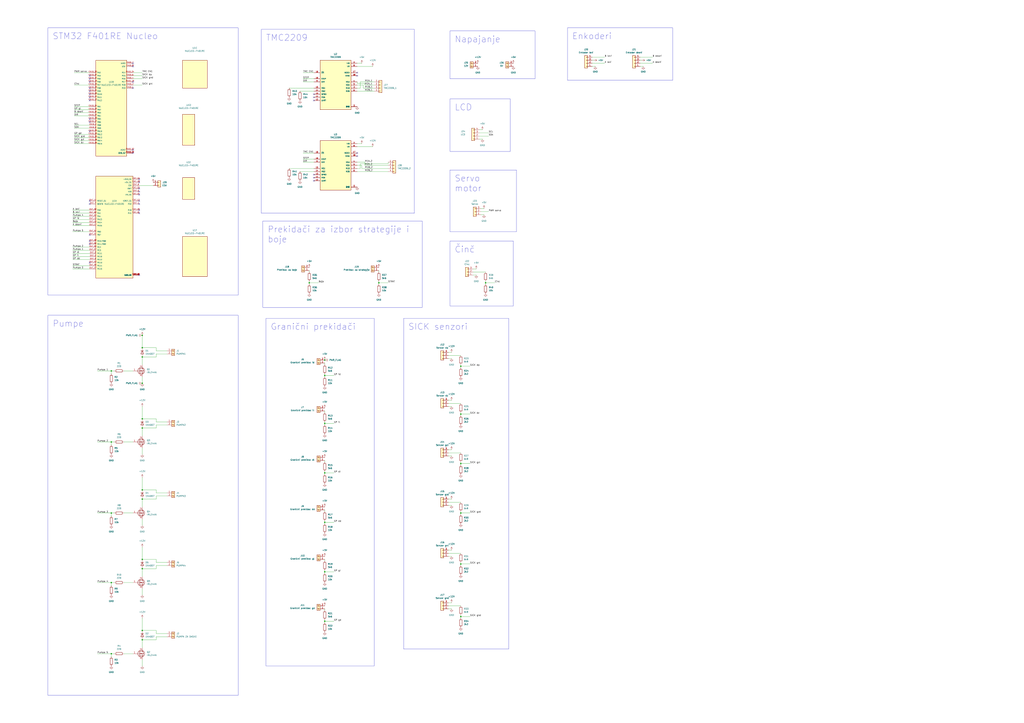
<source format=kicad_sch>
(kicad_sch (version 20231120) (generator "eeschema") (generator_version "8.0")
  (paper "A1")
  (junction (at 266.7 469.9))
  (junction (at 116.84 285.75))
  (junction (at 116.84 525.78))
  (junction (at 116.84 314.96))
  (junction (at 378.46 300.99))
  (junction (at 116.84 459.74))
  (junction (at 116.84 351.79))
  (junction (at 116.84 293.37))
  (junction (at 116.84 410.21))
  (junction (at 311.15 232.41))
  (junction (at 116.84 467.36))
  (junction (at 254 232.41))
  (junction (at 266.7 429.26))
  (junction (at 266.7 295.91))
  (junction (at 266.7 308.61))
  (junction (at 116.84 518.16))
  (junction (at 116.84 402.59))
  (junction (at 378.46 463.55))
  (junction (at 398.78 232.41))
  (junction (at 91.44 363.22))
  (junction (at 116.84 344.17))
  (junction (at 91.44 478.79))
  (junction (at 91.44 421.64))
  (junction (at 378.46 421.64))
  (junction (at 91.44 537.21))
  (junction (at 266.7 347.98))
  (junction (at 378.46 506.73))
  (junction (at 266.7 510.54))
  (junction (at 91.44 304.8))
  (junction (at 378.46 381))
  (junction (at 266.7 388.62))
  (junction (at 378.46 340.36))
  (junction (at 116.84 275.59))
  (no_connect (at 109.22 72.39))
  (no_connect (at 114.3 154.94))
  (no_connect (at 73.66 165.1))
  (no_connect (at 73.66 74.93))
  (no_connect (at 73.66 80.01))
  (no_connect (at 73.66 215.9))
  (no_connect (at 114.3 149.86))
  (no_connect (at 114.3 172.72))
  (no_connect (at 109.22 54.61))
  (no_connect (at 73.66 100.33))
  (no_connect (at 73.66 167.64))
  (no_connect (at 73.66 67.31))
  (no_connect (at 73.66 82.55))
  (no_connect (at 114.3 226.06))
  (no_connect (at 73.66 77.47))
  (no_connect (at 293.37 125.73))
  (no_connect (at 114.3 167.64))
  (no_connect (at 109.22 123.19))
  (no_connect (at 257.81 80.01))
  (no_connect (at 73.66 107.95))
  (no_connect (at 114.3 175.26))
  (no_connect (at 73.66 198.12))
  (no_connect (at 73.66 62.23))
  (no_connect (at 293.37 59.69))
  (no_connect (at 293.37 62.23))
  (no_connect (at 114.3 157.48))
  (no_connect (at 73.66 64.77))
  (no_connect (at 109.22 67.31))
  (no_connect (at 73.66 193.04))
  (no_connect (at 109.22 125.73))
  (no_connect (at 257.81 148.59))
  (no_connect (at 257.81 143.51))
  (no_connect (at 73.66 72.39))
  (no_connect (at 257.81 146.05))
  (no_connect (at 293.37 128.27))
  (no_connect (at 109.22 52.07))
  (no_connect (at 114.3 147.32))
  (no_connect (at 114.3 160.02))
  (no_connect (at 257.81 77.47))
  (no_connect (at 114.3 165.1))
  (no_connect (at 73.66 97.79))
  (no_connect (at 257.81 82.55))
  (no_connect (at 73.66 200.66))
  (wire (pts (xy 128.27 285.75) (xy 128.27 288.29)))
  (wire (pts (xy 488.95 54.61) (xy 486.41 54.61)))
  (wire (pts (xy 91.44 478.79) (xy 91.44 481.33)))
  (wire (pts (xy 266.7 307.34) (xy 266.7 308.61)))
  (wire (pts (xy 128.27 520.7) (xy 137.16 520.7)))
  (wire (pts (xy 137.16 464.82) (xy 128.27 464.82)))
  (wire (pts (xy 368.3 292.1) (xy 378.46 292.1)))
  (wire (pts (xy 378.46 506.73) (xy 386.08 506.73)))
  (wire (pts (xy 128.27 349.25) (xy 128.27 351.79)))
  (wire (pts (xy 378.46 381) (xy 386.08 381)))
  (wire (pts (xy 254 231.14) (xy 254 232.41)))
  (wire (pts (xy 116.84 351.79) (xy 116.84 358.14)))
  (wire (pts (xy 486.41 52.07) (xy 496.57 52.07)))
  (wire (pts (xy 293.37 140.97) (xy 318.77 140.97)))
  (wire (pts (xy 527.05 49.53) (xy 525.78 49.53)))
  (wire (pts (xy 101.6 421.64) (xy 109.22 421.64)))
  (wire (pts (xy 293.37 72.39) (xy 295.91 72.39)))
  (wire (pts (xy 378.46 421.64) (xy 378.46 422.91)))
  (wire (pts (xy 128.27 523.24) (xy 128.27 525.78)))
  (wire (pts (xy 266.7 388.62) (xy 274.32 388.62)))
  (wire (pts (xy 378.46 340.36) (xy 386.08 340.36)))
  (wire (pts (xy 116.84 410.21) (xy 128.27 410.21)))
  (wire (pts (xy 528.32 54.61) (xy 525.78 54.61)))
  (wire (pts (xy 116.84 368.3) (xy 116.84 373.38)))
  (wire (pts (xy 237.49 138.43) (xy 257.81 138.43)))
  (wire (pts (xy 266.7 501.65) (xy 266.7 500.38)))
  (wire (pts (xy 128.27 407.67) (xy 128.27 410.21)))
  (wire (pts (xy 266.7 347.98) (xy 274.32 347.98)))
  (wire (pts (xy 266.7 308.61) (xy 274.32 308.61)))
  (wire (pts (xy 393.7 114.3) (xy 396.24 114.3)))
  (wire (pts (xy 368.3 454.66) (xy 378.46 454.66)))
  (wire (pts (xy 370.84 374.65) (xy 368.3 374.65)))
  (wire (pts (xy 116.84 309.88) (xy 116.84 314.96)))
  (wire (pts (xy 266.7 510.54) (xy 274.32 510.54)))
  (wire (pts (xy 60.96 87.63) (xy 73.66 87.63)))
  (wire (pts (xy 378.46 463.55) (xy 386.08 463.55)))
  (wire (pts (xy 248.92 130.81) (xy 257.81 130.81)))
  (wire (pts (xy 59.69 182.88) (xy 73.66 182.88)))
  (wire (pts (xy 370.84 294.64) (xy 368.3 294.64)))
  (wire (pts (xy 116.84 334.01) (xy 116.84 344.17)))
  (wire (pts (xy 93.98 421.64) (xy 91.44 421.64)))
  (wire (pts (xy 116.84 275.59) (xy 116.84 285.75)))
  (wire (pts (xy 293.37 68.58) (xy 293.37 67.31)))
  (wire (pts (xy 101.6 304.8) (xy 109.22 304.8)))
  (wire (pts (xy 525.78 46.99) (xy 535.94 46.99)))
  (wire (pts (xy 137.16 349.25) (xy 128.27 349.25)))
  (wire (pts (xy 60.96 102.87) (xy 73.66 102.87)))
  (wire (pts (xy 378.46 505.46) (xy 378.46 506.73)))
  (wire (pts (xy 368.3 452.12) (xy 370.84 452.12)))
  (wire (pts (xy 307.34 72.39) (xy 298.45 72.39)))
  (wire (pts (xy 368.3 410.21) (xy 370.84 410.21)))
  (wire (pts (xy 394.97 171.45) (xy 397.51 171.45)))
  (wire (pts (xy 80.01 421.64) (xy 91.44 421.64)))
  (wire (pts (xy 60.96 105.41) (xy 73.66 105.41)))
  (wire (pts (xy 398.78 231.14) (xy 398.78 232.41)))
  (wire (pts (xy 128.27 288.29) (xy 137.16 288.29)))
  (wire (pts (xy 93.98 478.79) (xy 91.44 478.79)))
  (wire (pts (xy 368.3 289.56) (xy 370.84 289.56)))
  (wire (pts (xy 248.92 64.77) (xy 257.81 64.77)))
  (wire (pts (xy 297.18 118.11) (xy 293.37 118.11)))
  (wire (pts (xy 137.16 523.24) (xy 128.27 523.24)))
  (wire (pts (xy 80.01 363.22) (xy 91.44 363.22)))
  (wire (pts (xy 59.69 185.42) (xy 73.66 185.42)))
  (wire (pts (xy 311.15 232.41) (xy 318.77 232.41)))
  (wire (pts (xy 116.84 525.78) (xy 128.27 525.78)))
  (wire (pts (xy 378.46 506.73) (xy 378.46 508)))
  (wire (pts (xy 128.27 464.82) (xy 128.27 467.36)))
  (wire (pts (xy 396.24 106.68) (xy 393.7 106.68)))
  (wire (pts (xy 394.97 173.99) (xy 401.32 173.99)))
  (wire (pts (xy 59.69 190.5) (xy 73.66 190.5)))
  (wire (pts (xy 378.46 420.37) (xy 378.46 421.64)))
  (wire (pts (xy 293.37 120.65) (xy 306.07 120.65)))
  (wire (pts (xy 299.72 68.58) (xy 293.37 68.58)))
  (wire (pts (xy 128.27 402.59) (xy 128.27 405.13)))
  (wire (pts (xy 378.46 379.73) (xy 378.46 381)))
  (wire (pts (xy 378.46 381) (xy 378.46 382.27)))
  (wire (pts (xy 293.37 138.43) (xy 295.91 138.43)))
  (wire (pts (xy 368.3 328.93) (xy 370.84 328.93)))
  (wire (pts (xy 101.6 478.79) (xy 109.22 478.79)))
  (wire (pts (xy 293.37 74.93) (xy 307.34 74.93)))
  (wire (pts (xy 378.46 421.64) (xy 386.08 421.64)))
  (wire (pts (xy 248.92 59.69) (xy 257.81 59.69)))
  (wire (pts (xy 101.6 363.22) (xy 109.22 363.22)))
  (wire (pts (xy 297.18 138.43) (xy 318.77 138.43)))
  (wire (pts (xy 246.38 74.93) (xy 257.81 74.93)))
  (wire (pts (xy 254 223.52) (xy 254 222.25)))
  (wire (pts (xy 368.3 495.3) (xy 370.84 495.3)))
  (wire (pts (xy 299.72 69.85) (xy 299.72 68.58)))
  (wire (pts (xy 299.72 135.89) (xy 318.77 135.89)))
  (wire (pts (xy 60.96 113.03) (xy 73.66 113.03)))
  (wire (pts (xy 116.84 518.16) (xy 128.27 518.16)))
  (wire (pts (xy 378.46 299.72) (xy 378.46 300.99)))
  (wire (pts (xy 116.84 392.43) (xy 116.84 402.59)))
  (wire (pts (xy 116.84 402.59) (xy 128.27 402.59)))
  (wire (pts (xy 388.62 223.52) (xy 398.78 223.52)))
  (wire (pts (xy 266.7 308.61) (xy 266.7 309.88)))
  (wire (pts (xy 116.84 449.58) (xy 116.84 459.74)))
  (wire (pts (xy 295.91 138.43) (xy 295.91 134.62)))
  (wire (pts (xy 295.91 134.62) (xy 318.77 134.62)))
  (wire (pts (xy 398.78 232.41) (xy 398.78 233.68)))
  (wire (pts (xy 137.16 290.83) (xy 128.27 290.83)))
  (wire (pts (xy 116.84 483.87) (xy 116.84 488.95)))
  (wire (pts (xy 298.45 69.85) (xy 293.37 69.85)))
  (wire (pts (xy 116.84 459.74) (xy 128.27 459.74)))
  (wire (pts (xy 368.3 372.11) (xy 378.46 372.11)))
  (wire (pts (xy 398.78 232.41) (xy 406.4 232.41)))
  (wire (pts (xy 370.84 415.29) (xy 368.3 415.29)))
  (wire (pts (xy 60.96 118.11) (xy 73.66 118.11)))
  (wire (pts (xy 266.7 420.37) (xy 266.7 419.1)))
  (wire (pts (xy 266.7 429.26) (xy 266.7 430.53)))
  (wire (pts (xy 59.69 205.74) (xy 73.66 205.74)))
  (wire (pts (xy 128.27 344.17) (xy 128.27 346.71)))
  (wire (pts (xy 266.7 387.35) (xy 266.7 388.62)))
  (wire (pts (xy 368.3 497.84) (xy 378.46 497.84)))
  (wire (pts (xy 311.15 223.52) (xy 311.15 222.25)))
  (wire (pts (xy 378.46 300.99) (xy 386.08 300.99)))
  (wire (pts (xy 297.18 52.07) (xy 293.37 52.07)))
  (wire (pts (xy 93.98 363.22) (xy 91.44 363.22)))
  (wire (pts (xy 266.7 339.09) (xy 266.7 337.82)))
  (wire (pts (xy 266.7 469.9) (xy 266.7 471.17)))
  (wire (pts (xy 254 232.41) (xy 261.62 232.41)))
  (wire (pts (xy 114.3 152.4) (xy 125.73 152.4)))
  (wire (pts (xy 91.44 363.22) (xy 91.44 365.76)))
  (wire (pts (xy 266.7 429.26) (xy 274.32 429.26)))
  (wire (pts (xy 109.22 59.69) (xy 116.84 59.69)))
  (wire (pts (xy 60.96 90.17) (xy 73.66 90.17)))
  (wire (pts (xy 116.84 508) (xy 116.84 518.16)))
  (wire (pts (xy 391.16 226.06) (xy 388.62 226.06)))
  (wire (pts (xy 116.84 351.79) (xy 128.27 351.79)))
  (wire (pts (xy 297.18 135.89) (xy 297.18 138.43)))
  (wire (pts (xy 109.22 69.85) (xy 116.84 69.85)))
  (wire (pts (xy 59.69 175.26) (xy 73.66 175.26)))
  (wire (pts (xy 293.37 54.61) (xy 306.07 54.61)))
  (wire (pts (xy 248.92 67.31) (xy 257.81 67.31)))
  (wire (pts (xy 59.69 203.2) (xy 73.66 203.2)))
  (wire (pts (xy 295.91 67.31) (xy 295.91 72.39)))
  (wire (pts (xy 378.46 340.36) (xy 378.46 341.63)))
  (wire (pts (xy 128.27 462.28) (xy 137.16 462.28)))
  (wire (pts (xy 59.69 213.36) (xy 73.66 213.36)))
  (wire (pts (xy 266.7 299.72) (xy 266.7 298.45)))
  (wire (pts (xy 60.96 59.69) (xy 73.66 59.69)))
  (wire (pts (xy 266.7 427.99) (xy 266.7 429.26)))
  (wire (pts (xy 91.44 304.8) (xy 91.44 307.34)))
  (wire (pts (xy 378.46 300.99) (xy 378.46 302.26)))
  (wire (pts (xy 128.27 459.74) (xy 128.27 462.28)))
  (wire (pts (xy 80.01 537.21) (xy 91.44 537.21)))
  (wire (pts (xy 59.69 210.82) (xy 73.66 210.82)))
  (wire (pts (xy 293.37 133.35) (xy 299.72 133.35)))
  (wire (pts (xy 266.7 469.9) (xy 274.32 469.9)))
  (wire (pts (xy 298.45 72.39) (xy 298.45 69.85)))
  (wire (pts (xy 266.7 388.62) (xy 266.7 389.89)))
  (wire (pts (xy 59.69 177.8) (xy 73.66 177.8)))
  (wire (pts (xy 487.68 49.53) (xy 486.41 49.53)))
  (wire (pts (xy 128.27 405.13) (xy 137.16 405.13)))
  (wire (pts (xy 248.92 133.35) (xy 257.81 133.35)))
  (wire (pts (xy 378.46 339.09) (xy 378.46 340.36)))
  (wire (pts (xy 137.16 407.67) (xy 128.27 407.67)))
  (wire (pts (xy 91.44 537.21) (xy 91.44 539.75)))
  (wire (pts (xy 116.84 344.17) (xy 128.27 344.17)))
  (wire (pts (xy 370.84 334.01) (xy 368.3 334.01)))
  (wire (pts (xy 266.7 346.71) (xy 266.7 347.98)))
  (wire (pts (xy 299.72 133.35) (xy 299.72 135.89)))
  (wire (pts (xy 60.96 69.85) (xy 73.66 69.85)))
  (wire (pts (xy 368.3 369.57) (xy 370.84 369.57)))
  (wire (pts (xy 388.62 220.98) (xy 391.16 220.98)))
  (wire (pts (xy 116.84 426.72) (xy 116.84 431.8)))
  (wire (pts (xy 59.69 220.98) (xy 73.66 220.98)))
  (wire (pts (xy 93.98 304.8) (xy 91.44 304.8)))
  (wire (pts (xy 60.96 115.57) (xy 73.66 115.57)))
  (wire (pts (xy 59.69 180.34) (xy 73.66 180.34)))
  (wire (pts (xy 525.78 52.07) (xy 535.94 52.07)))
  (wire (pts (xy 266.7 510.54) (xy 266.7 511.81)))
  (wire (pts (xy 60.96 92.71) (xy 73.66 92.71)))
  (wire (pts (xy 116.84 410.21) (xy 116.84 416.56)))
  (wire (pts (xy 318.77 134.62) (xy 318.77 133.35)))
  (wire (pts (xy 368.3 331.47) (xy 378.46 331.47)))
  (wire (pts (xy 266.7 347.98) (xy 266.7 349.25)))
  (wire (pts (xy 116.84 467.36) (xy 116.84 473.71)))
  (wire (pts (xy 311.15 231.14) (xy 311.15 232.41)))
  (wire (pts (xy 116.84 293.37) (xy 128.27 293.37)))
  (wire (pts (xy 266.7 461.01) (xy 266.7 459.74)))
  (wire (pts (xy 397.51 176.53) (xy 394.97 176.53)))
  (wire (pts (xy 266.7 379.73) (xy 266.7 378.46)))
  (wire (pts (xy 116.84 285.75) (xy 128.27 285.75)))
  (wire (pts (xy 307.34 69.85) (xy 299.72 69.85)))
  (wire (pts (xy 80.01 304.8) (xy 91.44 304.8)))
  (wire (pts (xy 254 232.41) (xy 254 233.68)))
  (wire (pts (xy 311.15 232.41) (xy 311.15 233.68)))
  (wire (pts (xy 59.69 208.28) (xy 73.66 208.28)))
  (wire (pts (xy 393.7 109.22) (xy 401.32 109.22)))
  (wire (pts (xy 59.69 172.72) (xy 73.66 172.72)))
  (wire (pts (xy 248.92 125.73) (xy 257.81 125.73)))
  (wire (pts (xy 486.41 46.99) (xy 496.57 46.99)))
  (wire (pts (xy 307.34 67.31) (xy 295.91 67.31)))
  (wire (pts (xy 59.69 218.44) (xy 73.66 218.44)))
  (wire (pts (xy 109.22 64.77) (xy 116.84 64.77)))
  (wire (pts (xy 246.38 140.97) (xy 257.81 140.97)))
  (wire (pts (xy 266.7 468.63) (xy 266.7 469.9)))
  (wire (pts (xy 80.01 478.79) (xy 91.44 478.79)))
  (wire (pts (xy 60.96 110.49) (xy 73.66 110.49)))
  (wire (pts (xy 128.27 346.71) (xy 137.16 346.71)))
  (wire (pts (xy 237.49 72.39) (xy 257.81 72.39)))
  (wire (pts (xy 266.7 509.27) (xy 266.7 510.54)))
  (wire (pts (xy 109.22 62.23) (xy 116.84 62.23)))
  (wire (pts (xy 116.84 542.29) (xy 116.84 547.37)))
  (wire (pts (xy 60.96 95.25) (xy 73.66 95.25)))
  (wire (pts (xy 293.37 135.89) (xy 297.18 135.89)))
  (wire (pts (xy 101.6 537.21) (xy 109.22 537.21)))
  (wire (pts (xy 378.46 462.28) (xy 378.46 463.55)))
  (wire (pts (xy 116.84 293.37) (xy 116.84 299.72)))
  (wire (pts (xy 93.98 537.21) (xy 91.44 537.21)))
  (wire (pts (xy 91.44 421.64) (xy 91.44 424.18)))
  (wire (pts (xy 128.27 518.16) (xy 128.27 520.7)))
  (wire (pts (xy 393.7 111.76) (xy 401.32 111.76)))
  (wire (pts (xy 368.3 412.75) (xy 378.46 412.75)))
  (wire (pts (xy 128.27 290.83) (xy 128.27 293.37)))
  (wire (pts (xy 116.84 525.78) (xy 116.84 532.13)))
  (wire (pts (xy 370.84 500.38) (xy 368.3 500.38)))
  (wire (pts (xy 378.46 463.55) (xy 378.46 464.82)))
  (wire (pts (xy 370.84 457.2) (xy 368.3 457.2)))
  (wire (pts (xy 116.84 467.36) (xy 128.27 467.36)))
  (text_box "TMC2209" (at 214.63 24.13 0) (size 125.73 151.13) (effects (font (size 5.08 5.08)) (justify left top)))
  (text_box "SICK senzori" (at 331.47 261.62 0) (size 86.36 271.78) (effects (font (size 5.08 5.08)) (justify left top)))
  (text_box "Granični prekidači" (at 218.44 261.62 0) (size 88.9 285.75) (effects (font (size 5.08 5.08)) (justify left top)))
  (text_box "Enkoderi" (at 466.09 22.86 0) (size 86.36 43.18) (effects (font (size 5.08 5.08)) (justify left top)))
  (text_box "Prekidači za izbor strategije i boje" (at 215.9 181.61 0) (size 130.81 71.12) (effects (font (size 5.08 5.08)) (justify left top)))
  (text_box "Pumpe" (at 39.37 259.08 0) (size 156.21 312.42) (effects (font (size 5.08 5.08)) (justify left top)))
  (text_box "Servo motor" (at 369.57 139.7 0) (size 54.61 50.8) (effects (font (size 5.08 5.08)) (justify left top)))
  (text_box "STM32 F401RE Nucleo" (at 39.37 22.86 0) (size 156.21 219.71) (effects (font (size 5.08 5.08)) (justify left top)))
  (text_box "Činč" (at 369.57 198.12 0) (size 52.07 53.34) (effects (font (size 5.08 5.08)) (justify left top)))
  (text_box "Napajanje" (at 369.57 25.4 0) (size 69.85 39.37) (effects (font (size 5.08 5.08)) (justify left top)))
  (text_box "LCD" (at 369.57 81.28 0) (size 49.53 43.18) (effects (font (size 5.08 5.08)) (justify left top)))
  (label "B levi" (at 496.57 46.99 0))
  (label "DIR" (at 248.92 133.35 0))
  (label "STEP" (at 248.92 130.81 0))
  (label "TMC EN1" (at 248.92 125.73 0))
  (label "PWM servo" (at 401.32 173.99 0))
  (label "Cinc" (at 60.96 69.85 0))
  (label "Pumpa 4" (at 59.69 177.8 0))
  (label "DIR" (at 60.96 95.25 0))
  (label "Pumpa 2" (at 59.69 203.2 0))
  (label "M1B_1" (at 299.72 72.39 0))
  (label "GP gd" (at 60.96 110.49 0))
  (label "Boja" (at 261.62 232.41 0))
  (label "SICK dz" (at 60.96 118.11 0))
  (label "TMC EN1" (at 116.84 59.69 0))
  (label "STEP" (at 248.92 64.77 0))
  (label "B levi" (at 59.69 175.26 0))
  (label "Boja" (at 59.69 182.88 0))
  (label "GP gd" (at 274.32 510.54 0))
  (label "M2B_1" (at 299.72 74.93 0))
  (label "M1A_2" (at 299.72 133.35 0))
  (label "A desni" (at 59.69 185.42 0))
  (label "Pumpa 5" (at 59.69 190.5 0))
  (label "M2A_1" (at 299.72 69.85 0))
  (label "SICK gnd" (at 116.84 64.77 0))
  (label "SICK gzl" (at 60.96 115.57 0))
  (label "GP dl" (at 274.32 388.62 0))
  (label "SCL" (at 401.32 109.22 0))
  (label "A levi" (at 59.69 172.72 0))
  (label "GP id" (at 274.32 308.61 0))
  (label "Pumpa 1" (at 59.69 205.74 0))
  (label "GP id" (at 59.69 180.34 0))
  (label "STRAT" (at 59.69 218.44 0))
  (label "Cinc" (at 406.4 232.41 0))
  (label "SICK gnl" (at 116.84 69.85 0))
  (label "SICK dp" (at 116.84 62.23 0))
  (label "SICK gzl" (at 386.08 381 0))
  (label "SICK gzd" (at 60.96 113.03 0))
  (label "B desni" (at 535.94 46.99 0))
  (label "GP dd" (at 274.32 429.26 0))
  (label "Pumpa 1" (at 80.01 304.8 0))
  (label "GP il" (at 274.32 347.98 0))
  (label "GP il" (at 59.69 210.82 0))
  (label "GP dd" (at 59.69 213.36 0))
  (label "SICK gnl" (at 386.08 463.55 0))
  (label "SCL" (at 60.96 102.87 0))
  (label "SICK dp" (at 386.08 300.99 0))
  (label "SDA" (at 60.96 105.41 0))
  (label "STEP" (at 60.96 87.63 0))
  (label "M1A_1" (at 299.72 67.31 0))
  (label "GP gl" (at 60.96 90.17 0))
  (label "PWM servo" (at 60.96 59.69 0))
  (label "Pumpa 5" (at 80.01 537.21 0))
  (label "M2A_2" (at 299.72 135.89 0))
  (label "M1B_2" (at 299.72 138.43 0))
  (label "Pumpa 2" (at 80.01 363.22 0))
  (label "TMC EN1" (at 248.92 59.69 0))
  (label "STRAT" (at 318.77 232.41 0))
  (label "DIR" (at 248.92 67.31 0))
  (label "GP dl" (at 59.69 208.28 0))
  (label "B desni" (at 60.96 92.71 0))
  (label "SICK gzd" (at 386.08 421.64 0))
  (label "Pumpa 3" (at 59.69 220.98 0))
  (label "Pumpa 4" (at 80.01 478.79 0))
  (label "A levi" (at 496.57 52.07 0))
  (label "SICK dz" (at 386.08 340.36 0))
  (label "GP gl" (at 274.32 469.9 0))
  (label "M2B_2" (at 299.72 140.97 0))
  (label "SDA" (at 401.32 111.76 0))
  (label "SICK gnd" (at 386.08 506.73 0))
  (label "Pumpa 3" (at 80.01 421.64 0))
  (label "A desni" (at 535.94 52.07 0))
  (symbol (lib_id "power:+12V") (at 370.84 452.12 0) (mirror y) (unit 1)
    (property "Reference" "#PWR040" (effects (hide yes)))
    (property "Value" "+12V" (at 370.84 447.04 0))
    (property "Description" "Power symbol creates a global label with name \"+12V\"" (effects (hide yes)))
  )
  (symbol (lib_id "power:+5V") (at 487.68 49.53 270) (unit 1)
    (property "Reference" "#PWR051" (effects (hide yes)))
    (property "Value" "+5V" (at 491.236 49.53 90) (effects (justify left)))
    (property "Description" "Power symbol creates a global label with name \"+5V\"" (effects (hide yes)))
  )
  (symbol (lib_id "power:+5V") (at 396.24 106.68 0) (unit 1)
    (property "Reference" "#PWR059" (effects (hide yes)))
    (property "Value" "+5V" (at 396.24 101.6 0))
    (property "Description" "Power symbol creates a global label with name \"+5V\"" (effects (hide yes)))
  )
  (symbol (lib_id "power:+12V") (at 116.84 275.59 0) (unit 1)
    (property "Reference" "#PWR01" (effects (hide yes)))
    (property "Value" "+12V" (at 116.84 270.51 0))
    (property "Description" "Power symbol creates a global label with name \"+12V\"" (effects (hide yes)))
  )
  (symbol (lib_id "Diode:1N4007") (at 116.84 521.97 270) (unit 1)
    (property "Reference" "D2" (at 119.38 520.6999 90) (effects (justify left)))
    (property "Value" "1N4007" (at 119.38 523.2399 90) (effects (justify left)))
    (property "Footprint" "Diode_THT:D_DO-41_SOD81_P10.16mm_Horizontal" (effects (hide yes)))
    (property "Datasheet" "http://www.vishay.com/docs/88503/1n4001.pdf" (effects (hide yes)))
    (property "Description" "1000V 1A General Purpose Rectifier Diode, DO-41" (effects (hide yes)))
    (property "Sim.Device" "D" (effects (hide yes)))
    (property "Sim.Pins" "1=K 2=A" (effects (hide yes)))
  )
  (symbol (lib_id "power:GND") (at 266.7 356.87 0) (unit 1)
    (property "Reference" "#PWR019" (effects (hide yes)))
    (property "Value" "GND" (at 266.7 361.95 0))
    (property "Description" "Power symbol creates a global label with name \"GND\" , ground" (effects (hide yes)))
  )
  (symbol (lib_id "Device:R") (at 91.44 485.14 180) (unit 1)
    (property "Reference" "R9" (at 93.98 483.8699 0) (effects (justify right)))
    (property "Value" "10k" (at 93.98 486.4099 0) (effects (justify right)))
    (property "Footprint" "Resistor_SMD:R_0805_2012Metric_Pad1.20x1.40mm_HandSolder" (effects (hide yes)))
    (property "Description" "Resistor" (effects (hide yes)))
  )
  (symbol (lib_id "Transistor_FET:IRLZ44N") (at 114.3 363.22 0) (unit 1)
    (property "Reference" "Q3" (at 120.65 361.9499 0) (effects (justify left)))
    (property "Value" "IRLZ44N" (at 120.65 364.4899 0) (effects (justify left)))
    (property "Footprint" "Package_TO_SOT_THT:TO-220-3_Vertical" (effects (hide yes)))
    (property "Datasheet" "http://www.irf.com/product-info/datasheets/data/irlz44n.pdf" (effects (hide yes)))
    (property "Description" "47A Id, 55V Vds, 22mOhm Rds Single N-Channel HEXFET Power MOSFET, TO-220AB" (effects (hide yes)))
  )
  (symbol (lib_id "Device:R") (at 378.46 386.08 180) (unit 1)
    (property "Reference" "R28" (at 381 384.8099 0) (effects (justify right)))
    (property "Value" "2k2" (at 381 387.3499 0) (effects (justify right)))
    (property "Footprint" "Resistor_SMD:R_0805_2012Metric_Pad1.20x1.40mm_HandSolder" (effects (hide yes)))
    (property "Description" "Resistor" (effects (hide yes)))
  )
  (symbol (lib_id "power:+12V") (at 116.84 508 0) (unit 1)
    (property "Reference" "#PWR05" (effects (hide yes)))
    (property "Value" "+12V" (at 116.84 502.92 0))
    (property "Description" "Power symbol creates a global label with name \"+12V\"" (effects (hide yes)))
  )
  (symbol (lib_id "Connector_Generic:Conn_01x03") (at 363.22 454.66 180) (unit 1)
    (property "Reference" "J16" (at 363.22 445.77 0))
    (property "Value" "Senzor gnl" (at 363.22 448.31 0))
    (property "Footprint" "Connector_JST:JST_XH_B3B-XH-A_1x03_P2.50mm_Vertical" (effects (hide yes)))
    (property "Description" "Generic connector, single row, 01x03, script generated (kicad-library-utils/schlib/autogen/connector/)" (effects (hide yes)))
  )
  (symbol (lib_id "Device:R") (at 378.46 416.56 180) (unit 1)
    (property "Reference" "R29" (at 381 415.2899 0) (effects (justify right)))
    (property "Value" "6k8" (at 381 417.8299 0) (effects (justify right)))
    (property "Footprint" "Resistor_SMD:R_0805_2012Metric_Pad1.20x1.40mm_HandSolder" (effects (hide yes)))
    (property "Description" "Resistor" (effects (hide yes)))
  )
  (symbol (lib_id "Device:R") (at 398.78 237.49 180) (unit 1)
    (property "Reference" "R40" (at 401.32 236.2199 0) (effects (justify right)))
    (property "Value" "10k" (at 401.32 238.7599 0) (effects (justify right)))
    (property "Footprint" "Resistor_SMD:R_0805_2012Metric_Pad1.20x1.40mm_HandSolder" (effects (hide yes)))
    (property "Description" "Resistor" (effects (hide yes)))
  )
  (symbol (lib_id "Device:R") (at 378.46 375.92 180) (unit 1)
    (property "Reference" "R27" (at 381 374.6499 0) (effects (justify right)))
    (property "Value" "6k8" (at 381 377.1899 0) (effects (justify right)))
    (property "Footprint" "Resistor_SMD:R_0805_2012Metric_Pad1.20x1.40mm_HandSolder" (effects (hide yes)))
    (property "Description" "Resistor" (effects (hide yes)))
  )
  (symbol (lib_id "Device:R") (at 91.44 427.99 180) (unit 1)
    (property "Reference" "R7" (at 93.98 426.7199 0) (effects (justify right)))
    (property "Value" "10k" (at 93.98 429.2599 0) (effects (justify right)))
    (property "Footprint" "Resistor_SMD:R_0805_2012Metric_Pad1.20x1.40mm_HandSolder" (effects (hide yes)))
    (property "Description" "Resistor" (effects (hide yes)))
  )
  (symbol (lib_id "Connector:Screw_Terminal_01x02") (at 142.24 346.71 0) (unit 1)
    (property "Reference" "J3" (at 144.78 346.7099 0) (effects (justify left)))
    (property "Value" "PUMPA2" (at 144.78 349.2499 0) (effects (justify left)))
    (property "Footprint" "TerminalBlock:TerminalBlock_bornier-2_P5.08mm" (effects (hide yes)))
    (property "Description" "Generic screw terminal, single row, 01x02, script generated (kicad-library-utils/schlib/autogen/connector/)" (effects (hide yes)))
  )
  (symbol (lib_id "power:+12V") (at 116.84 334.01 0) (unit 1)
    (property "Reference" "#PWR08" (effects (hide yes)))
    (property "Value" "+12V" (at 116.84 328.93 0))
    (property "Description" "Power symbol creates a global label with name \"+12V\"" (effects (hide yes)))
  )
  (symbol (lib_id "power:GND") (at 378.46 515.62 0) (unit 1)
    (property "Reference" "#PWR045" (effects (hide yes)))
    (property "Value" "GND" (at 378.46 520.7 0))
    (property "Description" "Power symbol creates a global label with name \"GND\" , ground" (effects (hide yes)))
  )
  (symbol (lib_id "power:GND") (at 378.46 349.25 0) (unit 1)
    (property "Reference" "#PWR033" (effects (hide yes)))
    (property "Value" "GND" (at 378.46 354.33 0))
    (property "Description" "Power symbol creates a global label with name \"GND\" , ground" (effects (hide yes)))
  )
  (symbol (lib_id "power:+12V") (at 116.84 392.43 0) (unit 1)
    (property "Reference" "#PWR011" (effects (hide yes)))
    (property "Value" "+12V" (at 116.84 387.35 0))
    (property "Description" "Power symbol creates a global label with name \"+12V\"" (effects (hide yes)))
  )
  (symbol (lib_id "power:+5V") (at 311.15 219.71 0) (unit 1)
    (property "Reference" "#PWR048" (effects (hide yes)))
    (property "Value" "+5V" (at 311.15 214.63 0))
    (property "Description" "Power symbol creates a global label with name \"+5V\"" (effects (hide yes)))
  )
  (symbol (lib_id "Connector:Screw_Terminal_01x02") (at 261.62 298.45 180) (unit 1)
    (property "Reference" "J6" (at 248.412 295.402 0))
    (property "Value" "Granicni prekidac id" (at 248.412 297.942 0))
    (property "Footprint" "TerminalBlock:TerminalBlock_bornier-2_P5.08mm" (effects (hide yes)))
    (property "Description" "Generic screw terminal, single row, 01x02, script generated (kicad-library-utils/schlib/autogen/connector/)" (effects (hide yes)))
  )
  (symbol (lib_id "power:+5V") (at 266.7 335.28 0) (unit 1)
    (property "Reference" "#PWR018" (effects (hide yes)))
    (property "Value" "+5V" (at 266.7 330.2 0))
    (property "Description" "Power symbol creates a global label with name \"+5V\"" (effects (hide yes)))
  )
  (symbol (lib_id "power:GND") (at 116.84 314.96 0) (unit 1)
    (property "Reference" "#PWR02" (effects (hide yes)))
    (property "Value" "GND" (at 116.84 320.04 0))
    (property "Description" "Power symbol creates a global label with name \"GND\" , ground" (effects (hide yes)))
  )
  (symbol (lib_id "power:GND") (at 370.84 334.01 0) (unit 1)
    (property "Reference" "#PWR032" (effects (hide yes)))
    (property "Value" "GND" (at 370.84 339.09 0))
    (property "Description" "Power symbol creates a global label with name \"GND\" , ground" (effects (hide yes)))
  )
  (symbol (lib_id "power:GND") (at 237.49 146.05 0) (unit 1)
    (property "Reference" "#PWR067" (effects (hide yes)))
    (property "Value" "GND" (at 237.49 151.13 0))
    (property "Description" "Power symbol creates a global label with name \"GND\" , ground" (effects (hide yes)))
  )
  (symbol (lib_id "power:GND") (at 396.24 114.3 0) (unit 1)
    (property "Reference" "#PWR061" (effects (hide yes)))
    (property "Value" "GND" (at 396.24 119.38 0))
    (property "Description" "Power symbol creates a global label with name \"GND\" , ground" (effects (hide yes)))
  )
  (symbol (lib_id "power:GND") (at 91.44 373.38 0) (unit 1)
    (property "Reference" "#PWR07" (effects (hide yes)))
    (property "Value" "GND" (at 91.44 378.46 0))
    (property "Description" "Power symbol creates a global label with name \"GND\" , ground" (effects (hide yes)))
  )
  (symbol (lib_id "Device:R") (at 266.7 393.7 180) (unit 1)
    (property "Reference" "R16" (at 269.24 392.4299 0) (effects (justify right)))
    (property "Value" "10k" (at 269.24 394.9699 0) (effects (justify right)))
    (property "Footprint" "Resistor_SMD:R_0805_2012Metric_Pad1.20x1.40mm_HandSolder" (effects (hide yes)))
    (property "Description" "Resistor" (effects (hide yes)))
  )
  (symbol (lib_id "Device:R") (at 266.7 342.9 180) (unit 1)
    (property "Reference" "R13" (at 269.24 341.6299 0) (effects (justify right)))
    (property "Value" "5k6" (at 269.24 344.1699 0) (effects (justify right)))
    (property "Footprint" "Resistor_SMD:R_0805_2012Metric_Pad1.20x1.40mm_HandSolder" (effects (hide yes)))
    (property "Description" "Resistor" (effects (hide yes)))
  )
  (symbol (lib_id "Diode:1N4007") (at 116.84 406.4 270) (unit 1)
    (property "Reference" "D4" (at 119.38 405.1299 90) (effects (justify left)))
    (property "Value" "1N4007" (at 119.38 407.6699 90) (effects (justify left)))
    (property "Footprint" "Diode_THT:D_DO-41_SOD81_P10.16mm_Horizontal" (effects (hide yes)))
    (property "Datasheet" "http://www.vishay.com/docs/88503/1n4001.pdf" (effects (hide yes)))
    (property "Description" "1000V 1A General Purpose Rectifier Diode, DO-41" (effects (hide yes)))
    (property "Sim.Device" "D" (effects (hide yes)))
    (property "Sim.Pins" "1=K 2=A" (effects (hide yes)))
  )
  (symbol (lib_id "TMC2209Symbols:TMC2209_SILENTSTEPSTICK") (at 275.59 135.89 0) (unit 1)
    (property "Reference" "U3" (at 275.59 110.49 0))
    (property "Value" "TMC2209" (at 275.59 113.03 0))
    (property "Footprint" "TMC2209:TMC2209" (effects (hide yes)))
    (property "MF" "Trinamic Motion Control GmbH" (effects (hide yes)))
    (property "Description_1" "\n                        \n                            TMC2209 Motor Controller/Driver Power Management Evaluation Board\n                        \n" (effects (hide yes)))
    (property "Package" "None" (effects (hide yes)))
    (property "Price" "None" (effects (hide yes)))
    (property "Check_prices" "https://www.snapeda.com/parts/TMC2209%20SILENTSTEPSTICK/Trinamic/view-part/?ref=eda" (effects (hide yes)))
    (property "STANDARD" "Manufacturer Recommendations" (effects (hide yes)))
    (property "PARTREV" "1.20" (effects (hide yes)))
    (property "SnapEDA_Link" "https://www.snapeda.com/parts/TMC2209%20SILENTSTEPSTICK/Trinamic/view-part/?ref=snap" (effects (hide yes)))
    (property "MP" "TMC2209 SILENTSTEPSTICK" (effects (hide yes)))
    (property "MANUFACTURER" "Trinamic Motion Control GmbH" (effects (hide yes)))
    (property "Availability" "In Stock" (effects (hide yes)))
    (property "SNAPEDA_PN" "TMC2209 SILENTSTEPSTICK" (effects (hide yes)))
  )
  (symbol (lib_id "power:+5V") (at 266.7 497.84 0) (unit 1)
    (property "Reference" "#PWR026" (effects (hide yes)))
    (property "Value" "+5V" (at 266.7 492.76 0))
    (property "Description" "Power symbol creates a global label with name \"+5V\"" (effects (hide yes)))
  )
  (symbol (lib_id "Connector_Generic:Conn_01x04") (at 388.62 111.76 180) (unit 1)
    (property "Reference" "J24" (at 380.238 107.95 0))
    (property "Value" "LCD" (at 380.238 110.49 0))
    (property "Footprint" "Connector_JST:JST_XH_B4B-XH-A_1x04_P2.50mm_Vertical" (effects (hide yes)))
    (property "Description" "Generic connector, single row, 01x04, script generated (kicad-library-utils/schlib/autogen/connector/)" (effects (hide yes)))
  )
  (symbol (lib_id "power:+12V") (at 370.84 369.57 0) (mirror y) (unit 1)
    (property "Reference" "#PWR034" (effects (hide yes)))
    (property "Value" "+12V" (at 370.84 364.49 0))
    (property "Description" "Power symbol creates a global label with name \"+12V\"" (effects (hide yes)))
  )
  (symbol (lib_id "power:GND") (at 378.46 389.89 0) (unit 1)
    (property "Reference" "#PWR036" (effects (hide yes)))
    (property "Value" "GND" (at 378.46 394.97 0))
    (property "Description" "Power symbol creates a global label with name \"GND\" , ground" (effects (hide yes)))
  )
  (symbol (lib_id "power:GND") (at 266.7 438.15 0) (unit 1)
    (property "Reference" "#PWR023" (effects (hide yes)))
    (property "Value" "GND" (at 266.7 443.23 0))
    (property "Description" "Power symbol creates a global label with name \"GND\" , ground" (effects (hide yes)))
  )
  (symbol (lib_id "power:+5V") (at 266.7 457.2 0) (unit 1)
    (property "Reference" "#PWR024" (effects (hide yes)))
    (property "Value" "+5V" (at 266.7 452.12 0))
    (property "Description" "Power symbol creates a global label with name \"+5V\"" (effects (hide yes)))
  )
  (symbol (lib_id "Connector_Generic:Conn_01x04") (at 520.7 52.07 180) (unit 1)
    (property "Reference" "J21" (at 520.7 40.64 0))
    (property "Value" "Enkoder desni" (at 520.7 43.18 0))
    (property "Footprint" "Connector_JST:JST_XH_B4B-XH-A_1x04_P2.50mm_Vertical" (effects (hide yes)))
    (property "Description" "Generic connector, single row, 01x04, script generated (kicad-library-utils/schlib/autogen/connector/)" (effects (hide yes)))
  )
  (symbol (lib_id "Transistor_FET:IRLZ44N") (at 114.3 304.8 0) (unit 1)
    (property "Reference" "Q1" (at 120.65 303.5299 0) (effects (justify left)))
    (property "Value" "IRLZ44N" (at 120.65 306.0699 0) (effects (justify left)))
    (property "Footprint" "Package_TO_SOT_THT:TO-220-3_Vertical" (effects (hide yes)))
    (property "Datasheet" "http://www.irf.com/product-info/datasheets/data/irlz44n.pdf" (effects (hide yes)))
    (property "Description" "47A Id, 55V Vds, 22mOhm Rds Single N-Channel HEXFET Power MOSFET, TO-220AB" (effects (hide yes)))
  )
  (symbol (lib_id "Connector:Screw_Terminal_01x02") (at 142.24 405.13 0) (unit 1)
    (property "Reference" "J4" (at 144.78 405.1299 0) (effects (justify left)))
    (property "Value" "PUMPA3" (at 144.78 407.6699 0) (effects (justify left)))
    (property "Footprint" "TerminalBlock:TerminalBlock_bornier-2_P5.08mm" (effects (hide yes)))
    (property "Description" "Generic screw terminal, single row, 01x02, script generated (kicad-library-utils/schlib/autogen/connector/)" (effects (hide yes)))
  )
  (symbol (lib_id "Diode:1N4007") (at 116.84 289.56 270) (unit 1)
    (property "Reference" "D1" (at 119.38 288.2899 90) (effects (justify left)))
    (property "Value" "1N4007" (at 119.38 290.8299 90) (effects (justify left)))
    (property "Footprint" "Diode_THT:D_DO-41_SOD81_P10.16mm_Horizontal" (effects (hide yes)))
    (property "Datasheet" "http://www.vishay.com/docs/88503/1n4001.pdf" (effects (hide yes)))
    (property "Description" "1000V 1A General Purpose Rectifier Diode, DO-41" (effects (hide yes)))
    (property "Sim.Device" "D" (effects (hide yes)))
    (property "Sim.Pins" "1=K 2=A" (effects (hide yes)))
  )
  (symbol (lib_id "power:GND") (at 91.44 431.8 0) (unit 1)
    (property "Reference" "#PWR010" (effects (hide yes)))
    (property "Value" "GND" (at 91.44 436.88 0))
    (property "Description" "Power symbol creates a global label with name \"GND\" , ground" (effects (hide yes)))
  )
  (symbol (lib_id "power:+5V") (at 391.16 220.98 0) (unit 1)
    (property "Reference" "#PWR054" (effects (hide yes)))
    (property "Value" "+5V" (at 391.16 215.9 0))
    (property "Description" "Power symbol creates a global label with name \"+5V\"" (effects (hide yes)))
  )
  (symbol (lib_id "power:GND") (at 378.46 309.88 0) (unit 1)
    (property "Reference" "#PWR028" (effects (hide yes)))
    (property "Value" "GND" (at 378.46 314.96 0))
    (property "Description" "Power symbol creates a global label with name \"GND\" , ground" (effects (hide yes)))
  )
  (symbol (lib_id "Device:R") (at 378.46 501.65 180) (unit 1)
    (property "Reference" "R33" (at 381 500.3799 0) (effects (justify right)))
    (property "Value" "6k8" (at 381 502.9199 0) (effects (justify right)))
    (property "Footprint" "Resistor_SMD:R_0805_2012Metric_Pad1.20x1.40mm_HandSolder" (effects (hide yes)))
    (property "Description" "Resistor" (effects (hide yes)))
  )
  (symbol (lib_id "power:GND") (at 266.7 478.79 0) (unit 1)
    (property "Reference" "#PWR025" (effects (hide yes)))
    (property "Value" "GND" (at 266.7 483.87 0))
    (property "Description" "Power symbol creates a global label with name \"GND\" , ground" (effects (hide yes)))
  )
  (symbol (lib_id "power:+5V") (at 125.73 149.86 0) (unit 1)
    (property "Reference" "#PWR075" (effects (hide yes)))
    (property "Value" "+5V" (at 125.73 144.78 0))
    (property "Description" "Power symbol creates a global label with name \"+5V\"" (effects (hide yes)))
  )
  (symbol (lib_id "power:GND") (at 116.84 373.38 0) (unit 1)
    (property "Reference" "#PWR09" (effects (hide yes)))
    (property "Value" "GND" (at 116.84 378.46 0))
    (property "Description" "Power symbol creates a global label with name \"GND\" , ground" (effects (hide yes)))
  )
  (symbol (lib_id "Connector:Screw_Terminal_01x02") (at 261.62 500.38 180) (unit 1)
    (property "Reference" "J11" (at 248.412 497.332 0))
    (property "Value" "Granicni prekidac gd" (at 248.412 499.872 0))
    (property "Footprint" "TerminalBlock:TerminalBlock_bornier-2_P5.08mm" (effects (hide yes)))
    (property "Description" "Generic screw terminal, single row, 01x02, script generated (kicad-library-utils/schlib/autogen/connector/)" (effects (hide yes)))
  )
  (symbol (lib_id "Device:R") (at 378.46 511.81 180) (unit 1)
    (property "Reference" "R34" (at 381 510.5399 0) (effects (justify right)))
    (property "Value" "2k2" (at 381 513.0799 0) (effects (justify right)))
    (property "Footprint" "Resistor_SMD:R_0805_2012Metric_Pad1.20x1.40mm_HandSolder" (effects (hide yes)))
    (property "Description" "Resistor" (effects (hide yes)))
  )
  (symbol (lib_id "power:GND") (at 246.38 148.59 0) (unit 1)
    (property "Reference" "#PWR068" (effects (hide yes)))
    (property "Value" "GND" (at 246.38 153.67 0))
    (property "Description" "Power symbol creates a global label with name \"GND\" , ground" (effects (hide yes)))
  )
  (symbol (lib_id "power:GND") (at 528.32 54.61 0) (unit 1)
    (property "Reference" "#PWR053" (effects (hide yes)))
    (property "Value" "GND" (at 528.32 58.928 0))
    (property "Description" "Power symbol creates a global label with name \"GND\" , ground" (effects (hide yes)))
  )
  (symbol (lib_id "Transistor_FET:IRLZ44N") (at 114.3 421.64 0) (unit 1)
    (property "Reference" "Q4" (at 120.65 420.3699 0) (effects (justify left)))
    (property "Value" "IRLZ44N" (at 120.65 422.9099 0) (effects (justify left)))
    (property "Footprint" "Package_TO_SOT_THT:TO-220-3_Vertical" (effects (hide yes)))
    (property "Datasheet" "http://www.irf.com/product-info/datasheets/data/irlz44n.pdf" (effects (hide yes)))
    (property "Description" "47A Id, 55V Vds, 22mOhm Rds Single N-Channel HEXFET Power MOSFET, TO-220AB" (effects (hide yes)))
  )
  (symbol (lib_id "power:GND") (at 293.37 153.67 0) (unit 1)
    (property "Reference" "#PWR066" (effects (hide yes)))
    (property "Value" "GND" (at 293.37 158.75 0))
    (property "Description" "Power symbol creates a global label with name \"GND\" , ground" (effects (hide yes)))
  )
  (symbol (lib_id "Device:R") (at 266.7 515.62 180) (unit 1)
    (property "Reference" "R22" (at 269.24 514.3499 0) (effects (justify right)))
    (property "Value" "10k" (at 269.24 516.8899 0) (effects (justify right)))
    (property "Footprint" "Resistor_SMD:R_0805_2012Metric_Pad1.20x1.40mm_HandSolder" (effects (hide yes)))
    (property "Description" "Resistor" (effects (hide yes)))
  )
  (symbol (lib_name "NUCLEO-F401RE_2") (lib_id "NucleoSymbols:NUCLEO-F401RE") (at 154.94 106.68 0) (unit 4)
    (property "Reference" "U1" (at 154.94 86.36 0))
    (property "Value" "NUCLEO-F401RE" (at 154.94 88.9 0))
    (property "Footprint" "nucleof401re:ST_NUCLEO-F401RE" (effects (hide yes)))
    (property "MF" "STMicroelectronics" (effects (hide yes)))
    (property "MAXIMUM_PACKAGE_HEIGHT" "N/A" (effects (hide yes)))
    (property "Package" "None" (effects (hide yes)))
    (property "Price" "None" (effects (hide yes)))
    (property "Check_prices" "https://www.snapeda.com/parts/NUCLEO-F401RE/STMicroelectronics/view-part/?ref=eda" (effects (hide yes)))
    (property "STANDARD" "Manufacturer Recommendations" (effects (hide yes)))
    (property "PARTREV" "13" (effects (hide yes)))
    (property "SnapEDA_Link" "https://www.snapeda.com/parts/NUCLEO-F401RE/STMicroelectronics/view-part/?ref=snap" (effects (hide yes)))
    (property "MP" "NUCLEO-F401RE" (effects (hide yes)))
    (property "Purchase-URL" "https://www.snapeda.com/api/url_track_click_mouser/?unipart_id=329267&manufacturer=STMicroelectronics&part_name=NUCLEO-F401RE&search_term=nucleof401re" (effects (hide yes)))
    (property "Description_1" "\nSTM32F401RE, mbed-Enabled Development Nucleo-64 STM32F4 ARM® Cortex®-M4 MCU 32-Bit Embedded Evaluation Board\n" (effects (hide yes)))
    (property "Availability" "In Stock" (effects (hide yes)))
    (property "MANUFACTURER" "STMicroelectronics" (effects (hide yes)))
  )
  (symbol (lib_id "power:GND") (at 246.38 82.55 0) (unit 1)
    (property "Reference" "#PWR070" (effects (hide yes)))
    (property "Value" "GND" (at 246.38 87.63 0))
    (property "Description" "Power symbol creates a global label with name \"GND\" , ground" (effects (hide yes)))
  )
  (symbol (lib_id "Device:R") (at 378.46 345.44 180) (unit 1)
    (property "Reference" "R26" (at 381 344.1699 0) (effects (justify right)))
    (property "Value" "2k2" (at 381 346.7099 0) (effects (justify right)))
    (property "Footprint" "Resistor_SMD:R_0805_2012Metric_Pad1.20x1.40mm_HandSolder" (effects (hide yes)))
    (property "Description" "Resistor" (effects (hide yes)))
  )
  (symbol (lib_id "power:+12V") (at 370.84 289.56 0) (mirror y) (unit 1)
    (property "Reference" "#PWR030" (effects (hide yes)))
    (property "Value" "+12V" (at 370.84 284.48 0))
    (property "Description" "Power symbol creates a global label with name \"+12V\"" (effects (hide yes)))
  )
  (symbol (lib_id "Connector:Screw_Terminal_01x02") (at 416.56 54.61 180) (unit 1)
    (property "Reference" "J26" (at 411.988 51.562 0))
    (property "Value" "5V" (at 411.988 54.102 0))
    (property "Footprint" "TerminalBlock:TerminalBlock_bornier-2_P5.08mm" (effects (hide yes)))
    (property "Description" "Generic screw terminal, single row, 01x02, script generated (kicad-library-utils/schlib/autogen/connector/)" (effects (hide yes)))
  )
  (symbol (lib_id "power:+12V") (at 306.07 54.61 0) (unit 1)
    (property "Reference" "#PWR072" (effects (hide yes)))
    (property "Value" "+12V" (at 306.07 49.53 0))
    (property "Description" "Power symbol creates a global label with name \"+12V\"" (effects (hide yes)))
  )
  (symbol (lib_id "Connector:Screw_Terminal_01x02") (at 142.24 288.29 0) (unit 1)
    (property "Reference" "J1" (at 144.78 288.2899 0) (effects (justify left)))
    (property "Value" "PUMPA1" (at 144.78 290.8299 0) (effects (justify left)))
    (property "Footprint" "TerminalBlock:TerminalBlock_bornier-2_P5.08mm" (effects (hide yes)))
    (property "Description" "Generic screw terminal, single row, 01x02, script generated (kicad-library-utils/schlib/autogen/connector/)" (effects (hide yes)))
  )
  (symbol (lib_id "Device:R") (at 378.46 468.63 180) (unit 1)
    (property "Reference" "R32" (at 381 467.3599 0) (effects (justify right)))
    (property "Value" "2k2" (at 381 469.8999 0) (effects (justify right)))
    (property "Footprint" "Resistor_SMD:R_0805_2012Metric_Pad1.20x1.40mm_HandSolder" (effects (hide yes)))
    (property "Description" "Resistor" (effects (hide yes)))
  )
  (symbol (lib_id "Connector:Screw_Terminal_01x02") (at 387.35 54.61 180) (unit 1)
    (property "Reference" "J25" (at 382.778 51.562 0))
    (property "Value" "12V" (at 382.778 54.102 0))
    (property "Footprint" "TerminalBlock:TerminalBlock_bornier-2_P5.08mm" (effects (hide yes)))
    (property "Description" "Generic screw terminal, single row, 01x02, script generated (kicad-library-utils/schlib/autogen/connector/)" (effects (hide yes)))
  )
  (symbol (lib_id "Device:R") (at 97.79 537.21 90) (unit 1)
    (property "Reference" "R4" (at 97.79 530.86 90))
    (property "Value" "220" (at 97.79 533.4 90))
    (property "Footprint" "Resistor_SMD:R_0805_2012Metric_Pad1.20x1.40mm_HandSolder" (effects (hide yes)))
    (property "Description" "Resistor" (effects (hide yes)))
  )
  (symbol (lib_id "Device:R") (at 97.79 421.64 90) (unit 1)
    (property "Reference" "R8" (at 97.79 415.29 90))
    (property "Value" "220" (at 97.79 417.83 90))
    (property "Footprint" "Resistor_SMD:R_0805_2012Metric_Pad1.20x1.40mm_HandSolder" (effects (hide yes)))
    (property "Description" "Resistor" (effects (hide yes)))
  )
  (symbol (lib_id "Device:R") (at 91.44 311.15 180) (unit 1)
    (property "Reference" "R2" (at 93.98 309.8799 0) (effects (justify right)))
    (property "Value" "10k" (at 93.98 312.4199 0) (effects (justify right)))
    (property "Footprint" "Resistor_SMD:R_0805_2012Metric_Pad1.20x1.40mm_HandSolder" (effects (hide yes)))
    (property "Description" "Resistor" (effects (hide yes)))
  )
  (symbol (lib_id "power:GND") (at 91.44 488.95 0) (unit 1)
    (property "Reference" "#PWR013" (effects (hide yes)))
    (property "Value" "GND" (at 91.44 494.03 0))
    (property "Description" "Power symbol creates a global label with name \"GND\" , ground" (effects (hide yes)))
  )
  (symbol (lib_id "NucleoSymbols:NUCLEO-F401RE") (at 93.98 185.42 0) (unit 1)
    (property "Reference" "U1" (at 93.98 165.1 0))
    (property "Value" "NUCLEO-F401RE" (at 93.98 167.64 0))
    (property "Footprint" "nucleof401re:ST_NUCLEO-F401RE" (effects (hide yes)))
    (property "MF" "STMicroelectronics" (effects (hide yes)))
    (property "MAXIMUM_PACKAGE_HEIGHT" "N/A" (effects (hide yes)))
    (property "Package" "None" (effects (hide yes)))
    (property "Price" "None" (effects (hide yes)))
    (property "Check_prices" "https://www.snapeda.com/parts/NUCLEO-F401RE/STMicroelectronics/view-part/?ref=eda" (effects (hide yes)))
    (property "STANDARD" "Manufacturer Recommendations" (effects (hide yes)))
    (property "PARTREV" "13" (effects (hide yes)))
    (property "SnapEDA_Link" "https://www.snapeda.com/parts/NUCLEO-F401RE/STMicroelectronics/view-part/?ref=snap" (effects (hide yes)))
    (property "MP" "NUCLEO-F401RE" (effects (hide yes)))
    (property "Purchase-URL" "https://www.snapeda.com/api/url_track_click_mouser/?unipart_id=329267&manufacturer=STMicroelectronics&part_name=NUCLEO-F401RE&search_term=nucleof401re" (effects (hide yes)))
    (property "Description_1" "\nSTM32F401RE, mbed-Enabled Development Nucleo-64 STM32F4 ARM® Cortex®-M4 MCU 32-Bit Embedded Evaluation Board\n" (effects (hide yes)))
    (property "Availability" "In Stock" (effects (hide yes)))
    (property "MANUFACTURER" "STMicroelectronics" (effects (hide yes)))
  )
  (symbol (lib_id "power:+12V") (at 306.07 120.65 0) (unit 1)
    (property "Reference" "#PWR071" (effects (hide yes)))
    (property "Value" "+12V" (at 306.07 115.57 0))
    (property "Description" "Power symbol creates a global label with name \"+12V\"" (effects (hide yes)))
  )
  (symbol (lib_id "power:GND") (at 370.84 374.65 0) (unit 1)
    (property "Reference" "#PWR035" (effects (hide yes)))
    (property "Value" "GND" (at 370.84 379.73 0))
    (property "Description" "Power symbol creates a global label with name \"GND\" , ground" (effects (hide yes)))
  )
  (symbol (lib_id "Device:R") (at 254 227.33 180) (unit 1)
    (property "Reference" "R35" (at 256.54 226.0599 0) (effects (justify right)))
    (property "Value" "5k6" (at 256.54 228.5999 0) (effects (justify right)))
    (property "Footprint" "Resistor_SMD:R_0805_2012Metric_Pad1.20x1.40mm_HandSolder" (effects (hide yes)))
    (property "Description" "Resistor" (effects (hide yes)))
  )
  (symbol (lib_id "power:+12V") (at 116.84 449.58 0) (unit 1)
    (property "Reference" "#PWR014" (effects (hide yes)))
    (property "Value" "+12V" (at 116.84 444.5 0))
    (property "Description" "Power symbol creates a global label with name \"+12V\"" (effects (hide yes)))
  )
  (symbol (lib_id "power:+12V") (at 370.84 495.3 0) (mirror y) (unit 1)
    (property "Reference" "#PWR043" (effects (hide yes)))
    (property "Value" "+12V" (at 370.84 490.22 0))
    (property "Description" "Power symbol creates a global label with name \"+12V\"" (effects (hide yes)))
  )
  (symbol (lib_id "power:+5V") (at 297.18 118.11 0) (unit 1)
    (property "Reference" "#PWR073" (effects (hide yes)))
    (property "Value" "+5V" (at 297.18 113.03 0))
    (property "Description" "Power symbol creates a global label with name \"+5V\"" (effects (hide yes)))
  )
  (symbol (lib_id "Device:R") (at 91.44 369.57 180) (unit 1)
    (property "Reference" "R5" (at 93.98 368.2999 0) (effects (justify right)))
    (property "Value" "10k" (at 93.98 370.8399 0) (effects (justify right)))
    (property "Footprint" "Resistor_SMD:R_0805_2012Metric_Pad1.20x1.40mm_HandSolder" (effects (hide yes)))
    (property "Description" "Resistor" (effects (hide yes)))
  )
  (symbol (lib_id "power:+5V") (at 266.7 295.91 0) (unit 1)
    (property "Reference" "#PWR016" (effects (hide yes)))
    (property "Value" "+5V" (at 266.7 290.83 0))
    (property "Description" "Power symbol creates a global label with name \"+5V\"" (effects (hide yes)))
  )
  (symbol (lib_id "power:PWR_FLAG") (at 116.84 275.59 90) (unit 1)
    (property "Reference" "#FLG02" (effects (hide yes)))
    (property "Value" "PWR_FLAG" (at 113.03 275.5899 90) (effects (justify left)))
    (property "Description" "Special symbol for telling ERC where power comes from" (effects (hide yes)))
  )
  (symbol (lib_id "power:GND") (at 293.37 87.63 0) (unit 1)
    (property "Reference" "#PWR065" (effects (hide yes)))
    (property "Value" "GND" (at 293.37 92.71 0))
    (property "Description" "Power symbol creates a global label with name \"GND\" , ground" (effects (hide yes)))
  )
  (symbol (lib_id "Transistor_FET:IRLZ44N") (at 114.3 537.21 0) (unit 1)
    (property "Reference" "Q2" (at 120.65 535.9399 0) (effects (justify left)))
    (property "Value" "IRLZ44N" (at 120.65 538.4799 0) (effects (justify left)))
    (property "Footprint" "Package_TO_SOT_THT:TO-220-3_Vertical" (effects (hide yes)))
    (property "Datasheet" "http://www.irf.com/product-info/datasheets/data/irlz44n.pdf" (effects (hide yes)))
    (property "Description" "47A Id, 55V Vds, 22mOhm Rds Single N-Channel HEXFET Power MOSFET, TO-220AB" (effects (hide yes)))
  )
  (symbol (lib_id "power:GND") (at 266.7 519.43 0) (unit 1)
    (property "Reference" "#PWR027" (effects (hide yes)))
    (property "Value" "GND" (at 266.7 524.51 0))
    (property "Description" "Power symbol creates a global label with name \"GND\" , ground" (effects (hide yes)))
  )
  (symbol (lib_id "Device:R") (at 398.78 227.33 180) (unit 1)
    (property "Reference" "R39" (at 401.32 226.0599 0) (effects (justify right)))
    (property "Value" "5k6" (at 401.32 228.5999 0) (effects (justify right)))
    (property "Footprint" "Resistor_SMD:R_0805_2012Metric_Pad1.20x1.40mm_HandSolder" (effects (hide yes)))
    (property "Description" "Resistor" (effects (hide yes)))
  )
  (symbol (lib_id "power:GND") (at 237.49 80.01 0) (unit 1)
    (property "Reference" "#PWR069" (effects (hide yes)))
    (property "Value" "GND" (at 237.49 85.09 0))
    (property "Description" "Power symbol creates a global label with name \"GND\" , ground" (effects (hide yes)))
  )
  (symbol (lib_id "power:PWR_FLAG") (at 116.84 314.96 90) (unit 1)
    (property "Reference" "#FLG03" (effects (hide yes)))
    (property "Value" "PWR_FLAG" (at 113.03 314.9599 90) (effects (justify left)))
    (property "Description" "Special symbol for telling ERC where power comes from" (effects (hide yes)))
  )
  (symbol (lib_id "Connector_Generic:Conn_01x02") (at 130.81 149.86 0) (unit 1)
    (property "Reference" "J29" (at 133.35 149.8599 0) (effects (justify left)))
    (property "Value" "E5V" (at 133.35 152.3999 0) (effects (justify left)))
    (property "Footprint" "Connector_JST:JST_XH_B2B-XH-A_1x02_P2.50mm_Vertical" (effects (hide yes)))
    (property "Description" "Generic connector, single row, 01x02, script generated (kicad-library-utils/schlib/autogen/connector/)" (effects (hide yes)))
  )
  (symbol (lib_id "Device:R") (at 378.46 306.07 180) (unit 1)
    (property "Reference" "R24" (at 381 304.7999 0) (effects (justify right)))
    (property "Value" "2k2" (at 381 307.3399 0) (effects (justify right)))
    (property "Footprint" "Resistor_SMD:R_0805_2012Metric_Pad1.20x1.40mm_HandSolder" (effects (hide yes)))
    (property "Description" "Resistor" (effects (hide yes)))
  )
  (symbol (lib_id "Diode:1N4007") (at 116.84 463.55 270) (unit 1)
    (property "Reference" "D5" (at 119.38 462.2799 90) (effects (justify left)))
    (property "Value" "1N4007" (at 119.38 464.8199 90) (effects (justify left)))
    (property "Footprint" "Diode_THT:D_DO-41_SOD81_P10.16mm_Horizontal" (effects (hide yes)))
    (property "Datasheet" "http://www.vishay.com/docs/88503/1n4001.pdf" (effects (hide yes)))
    (property "Description" "1000V 1A General Purpose Rectifier Diode, DO-41" (effects (hide yes)))
    (property "Sim.Device" "D" (effects (hide yes)))
    (property "Sim.Pins" "1=K 2=A" (effects (hide yes)))
  )
  (symbol (lib_id "power:GND") (at 398.78 241.3 0) (unit 1)
    (property "Reference" "#PWR056" (effects (hide yes)))
    (property "Value" "GND" (at 398.78 246.38 0))
    (property "Description" "Power symbol creates a global label with name \"GND\" , ground" (effects (hide yes)))
  )
  (symbol (lib_id "power:PWR_FLAG") (at 266.7 295.91 270) (unit 1)
    (property "Reference" "#FLG04" (effects (hide yes)))
    (property "Value" "PWR_FLAG" (at 270.51 295.9099 90) (effects (justify left)))
    (property "Description" "Special symbol for telling ERC where power comes from" (effects (hide yes)))
  )
  (symbol (lib_id "power:GND") (at 488.95 54.61 0) (unit 1)
    (property "Reference" "#PWR050" (effects (hide yes)))
    (property "Value" "GND" (at 488.95 58.928 0))
    (property "Description" "Power symbol creates a global label with name \"GND\" , ground" (effects (hide yes)))
  )
  (symbol (lib_id "power:GND") (at 378.46 430.53 0) (unit 1)
    (property "Reference" "#PWR039" (effects (hide yes)))
    (property "Value" "GND" (at 378.46 435.61 0))
    (property "Description" "Power symbol creates a global label with name \"GND\" , ground" (effects (hide yes)))
  )
  (symbol (lib_id "power:+5V") (at 397.51 171.45 0) (unit 1)
    (property "Reference" "#PWR057" (effects (hide yes)))
    (property "Value" "+5V" (at 397.51 166.37 0))
    (property "Description" "Power symbol creates a global label with name \"+5V\"" (effects (hide yes)))
  )
  (symbol (lib_id "Device:R") (at 266.7 383.54 180) (unit 1)
    (property "Reference" "R15" (at 269.24 382.2699 0) (effects (justify right)))
    (property "Value" "5k6" (at 269.24 384.8099 0) (effects (justify right)))
    (property "Footprint" "Resistor_SMD:R_0805_2012Metric_Pad1.20x1.40mm_HandSolder" (effects (hide yes)))
    (property "Description" "Resistor" (effects (hide yes)))
  )
  (symbol (lib_id "power:+5V") (at 266.7 416.56 0) (unit 1)
    (property "Reference" "#PWR022" (effects (hide yes)))
    (property "Value" "+5V" (at 266.7 411.48 0))
    (property "Description" "Power symbol creates a global label with name \"+5V\"" (effects (hide yes)))
  )
  (symbol (lib_id "power:GND") (at 91.44 547.37 0) (unit 1)
    (property "Reference" "#PWR04" (effects (hide yes)))
    (property "Value" "GND" (at 91.44 552.45 0))
    (property "Description" "Power symbol creates a global label with name \"GND\" , ground" (effects (hide yes)))
  )
  (symbol (lib_name "NUCLEO-F401RE_3") (lib_id "NucleoSymbols:NUCLEO-F401RE") (at 154.94 153.67 0) (unit 5)
    (property "Reference" "U1" (at 154.94 133.35 0))
    (property "Value" "NUCLEO-F401RE" (at 154.94 135.89 0))
    (property "Footprint" "nucleof401re:ST_NUCLEO-F401RE" (effects (hide yes)))
    (property "MF" "STMicroelectronics" (effects (hide yes)))
    (property "MAXIMUM_PACKAGE_HEIGHT" "N/A" (effects (hide yes)))
    (property "Package" "None" (effects (hide yes)))
    (property "Price" "None" (effects (hide yes)))
    (property "Check_prices" "https://www.snapeda.com/parts/NUCLEO-F401RE/STMicroelectronics/view-part/?ref=eda" (effects (hide yes)))
    (property "STANDARD" "Manufacturer Recommendations" (effects (hide yes)))
    (property "PARTREV" "13" (effects (hide yes)))
    (property "SnapEDA_Link" "https://www.snapeda.com/parts/NUCLEO-F401RE/STMicroelectronics/view-part/?ref=snap" (effects (hide yes)))
    (property "MP" "NUCLEO-F401RE" (effects (hide yes)))
    (property "Purchase-URL" "https://www.snapeda.com/api/url_track_click_mouser/?unipart_id=329267&manufacturer=STMicroelectronics&part_name=NUCLEO-F401RE&search_term=nucleof401re" (effects (hide yes)))
    (property "Description_1" "\nSTM32F401RE, mbed-Enabled Development Nucleo-64 STM32F4 ARM® Cortex®-M4 MCU 32-Bit Embedded Evaluation Board\n" (effects (hide yes)))
    (property "Availability" "In Stock" (effects (hide yes)))
    (property "MANUFACTURER" "STMicroelectronics" (effects (hide yes)))
  )
  (symbol (lib_name "NUCLEO-F401RE_1") (lib_id "NucleoSymbols:NUCLEO-F401RE") (at 160.02 59.69 0) (unit 3)
    (property "Reference" "U1" (at 160.02 39.37 0))
    (property "Value" "NUCLEO-F401RE" (at 160.02 41.91 0))
    (property "Footprint" "nucleof401re:ST_NUCLEO-F401RE" (effects (hide yes)))
    (property "MF" "STMicroelectronics" (effects (hide yes)))
    (property "MAXIMUM_PACKAGE_HEIGHT" "N/A" (effects (hide yes)))
    (property "Package" "None" (effects (hide yes)))
    (property "Price" "None" (effects (hide yes)))
    (property "Check_prices" "https://www.snapeda.com/parts/NUCLEO-F401RE/STMicroelectronics/view-part/?ref=eda" (effects (hide yes)))
    (property "STANDARD" "Manufacturer Recommendations" (effects (hide yes)))
    (property "PARTREV" "13" (effects (hide yes)))
    (property "SnapEDA_Link" "https://www.snapeda.com/parts/NUCLEO-F401RE/STMicroelectronics/view-part/?ref=snap" (effects (hide yes)))
    (property "MP" "NUCLEO-F401RE" (effects (hide yes)))
    (property "Purchase-URL" "https://www.snapeda.com/api/url_track_click_mouser/?unipart_id=329267&manufacturer=STMicroelectronics&part_name=NUCLEO-F401RE&search_term=nucleof401re" (effects (hide yes)))
    (property "Description_1" "\nSTM32F401RE, mbed-Enabled Development Nucleo-64 STM32F4 ARM® Cortex®-M4 MCU 32-Bit Embedded Evaluation Board\n" (effects (hide yes)))
    (property "Availability" "In Stock" (effects (hide yes)))
    (property "MANUFACTURER" "STMicroelectronics" (effects (hide yes)))
  )
  (symbol (lib_id "Connector_Generic:Conn_01x03") (at 363.22 497.84 180) (unit 1)
    (property "Reference" "J17" (at 363.22 488.95 0))
    (property "Value" "Senzor gnd" (at 363.22 491.49 0))
    (property "Footprint" "Connector_JST:JST_XH_B3B-XH-A_1x03_P2.50mm_Vertical" (effects (hide yes)))
    (property "Description" "Generic connector, single row, 01x03, script generated (kicad-library-utils/schlib/autogen/connector/)" (effects (hide yes)))
  )
  (symbol (lib_id "power:GND") (at 370.84 415.29 0) (unit 1)
    (property "Reference" "#PWR038" (effects (hide yes)))
    (property "Value" "GND" (at 370.84 420.37 0))
    (property "Description" "Power symbol creates a global label with name \"GND\" , ground" (effects (hide yes)))
  )
  (symbol (lib_id "Device:R") (at 378.46 335.28 180) (unit 1)
    (property "Reference" "R25" (at 381 334.0099 0) (effects (justify right)))
    (property "Value" "6k8" (at 381 336.5499 0) (effects (justify right)))
    (property "Footprint" "Resistor_SMD:R_0805_2012Metric_Pad1.20x1.40mm_HandSolder" (effects (hide yes)))
    (property "Description" "Resistor" (effects (hide yes)))
  )
  (symbol (lib_id "Connector_Generic:Conn_01x03") (at 389.89 173.99 180) (unit 1)
    (property "Reference" "J23" (at 389.89 165.1 0))
    (property "Value" "Servo" (at 389.89 167.64 0))
    (property "Footprint" "Connector_JST:JST_XH_B3B-XH-A_1x03_P2.50mm_Vertical" (effects (hide yes)))
    (property "Description" "Generic connector, single row, 01x03, script generated (kicad-library-utils/schlib/autogen/connector/)" (effects (hide yes)))
  )
  (symbol (lib_name "NUCLEO-F401RE_5") (lib_id "NucleoSymbols:NUCLEO-F401RE") (at 91.44 87.63 0) (unit 2)
    (property "Reference" "U1" (at 91.44 67.31 0))
    (property "Value" "NUCLEO-F401RE" (at 91.44 69.85 0))
    (property "Footprint" "nucleof401re:ST_NUCLEO-F401RE" (effects (hide yes)))
    (property "MF" "STMicroelectronics" (effects (hide yes)))
    (property "MAXIMUM_PACKAGE_HEIGHT" "N/A" (effects (hide yes)))
    (property "Package" "None" (effects (hide yes)))
    (property "Price" "None" (effects (hide yes)))
    (property "Check_prices" "https://www.snapeda.com/parts/NUCLEO-F401RE/STMicroelectronics/view-part/?ref=eda" (effects (hide yes)))
    (property "STANDARD" "Manufacturer Recommendations" (effects (hide yes)))
    (property "PARTREV" "13" (effects (hide yes)))
    (property "SnapEDA_Link" "https://www.snapeda.com/parts/NUCLEO-F401RE/STMicroelectronics/view-part/?ref=snap" (effects (hide yes)))
    (property "MP" "NUCLEO-F401RE" (effects (hide yes)))
    (property "Purchase-URL" "https://www.snapeda.com/api/url_track_click_mouser/?unipart_id=329267&manufacturer=STMicroelectronics&part_name=NUCLEO-F401RE&search_term=nucleof401re" (effects (hide yes)))
    (property "Description_1" "\nSTM32F401RE, mbed-Enabled Development Nucleo-64 STM32F4 ARM® Cortex®-M4 MCU 32-Bit Embedded Evaluation Board\n" (effects (hide yes)))
    (property "Availability" "In Stock" (effects (hide yes)))
    (property "MANUFACTURER" "STMicroelectronics" (effects (hide yes)))
  )
  (symbol (lib_id "Connector:Screw_Terminal_01x02") (at 261.62 337.82 180) (unit 1)
    (property "Reference" "J7" (at 248.412 334.772 0))
    (property "Value" "Granicni prekidac il" (at 248.412 337.312 0))
    (property "Footprint" "TerminalBlock:TerminalBlock_bornier-2_P5.08mm" (effects (hide yes)))
    (property "Description" "Generic screw terminal, single row, 01x02, script generated (kicad-library-utils/schlib/autogen/connector/)" (effects (hide yes)))
  )
  (symbol (lib_id "Device:R") (at 254 237.49 180) (unit 1)
    (property "Reference" "R36" (at 256.54 236.2199 0) (effects (justify right)))
    (property "Value" "10k" (at 256.54 238.7599 0) (effects (justify right)))
    (property "Footprint" "Resistor_SMD:R_0805_2012Metric_Pad1.20x1.40mm_HandSolder" (effects (hide yes)))
    (property "Description" "Resistor" (effects (hide yes)))
  )
  (symbol (lib_id "Device:R") (at 378.46 458.47 180) (unit 1)
    (property "Reference" "R31" (at 381 457.1999 0) (effects (justify right)))
    (property "Value" "6k8" (at 381 459.7399 0) (effects (justify right)))
    (property "Footprint" "Resistor_SMD:R_0805_2012Metric_Pad1.20x1.40mm_HandSolder" (effects (hide yes)))
    (property "Description" "Resistor" (effects (hide yes)))
  )
  (symbol (lib_id "power:GND") (at 370.84 457.2 0) (unit 1)
    (property "Reference" "#PWR041" (effects (hide yes)))
    (property "Value" "GND" (at 370.84 462.28 0))
    (property "Description" "Power symbol creates a global label with name \"GND\" , ground" (effects (hide yes)))
  )
  (symbol (lib_id "power:+12V") (at 370.84 328.93 0) (mirror y) (unit 1)
    (property "Reference" "#PWR031" (effects (hide yes)))
    (property "Value" "+12V" (at 370.84 323.85 0))
    (property "Description" "Power symbol creates a global label with name \"+12V\"" (effects (hide yes)))
  )
  (symbol (lib_id "power:+5V") (at 527.05 49.53 270) (unit 1)
    (property "Reference" "#PWR052" (effects (hide yes)))
    (property "Value" "+5V" (at 530.606 49.53 90) (effects (justify left)))
    (property "Description" "Power symbol creates a global label with name \"+5V\"" (effects (hide yes)))
  )
  (symbol (lib_id "power:GND") (at 116.84 431.8 0) (unit 1)
    (property "Reference" "#PWR012" (effects (hide yes)))
    (property "Value" "GND" (at 116.84 436.88 0))
    (property "Description" "Power symbol creates a global label with name \"GND\" , ground" (effects (hide yes)))
  )
  (symbol (lib_id "Device:R") (at 237.49 76.2 180) (unit 1)
    (property "Reference" "R43" (at 240.03 74.9299 0) (effects (justify right)))
    (property "Value" "10k" (at 240.03 77.4699 0) (effects (justify right)))
    (property "Footprint" "Resistor_SMD:R_0805_2012Metric_Pad1.20x1.40mm_HandSolder" (effects (hide yes)))
    (property "Description" "Resistor" (effects (hide yes)))
  )
  (symbol (lib_id "power:GND") (at 266.7 397.51 0) (unit 1)
    (property "Reference" "#PWR021" (effects (hide yes)))
    (property "Value" "GND" (at 266.7 402.59 0))
    (property "Description" "Power symbol creates a global label with name \"GND\" , ground" (effects (hide yes)))
  )
  (symbol (lib_id "power:GND") (at 311.15 241.3 0) (unit 1)
    (property "Reference" "#PWR049" (effects (hide yes)))
    (property "Value" "GND" (at 311.15 246.38 0))
    (property "Description" "Power symbol creates a global label with name \"GND\" , ground" (effects (hide yes)))
  )
  (symbol (lib_id "power:+12V") (at 392.43 52.07 0) (unit 1)
    (property "Reference" "#PWR062" (effects (hide yes)))
    (property "Value" "+12V" (at 392.43 46.99 0))
    (property "Description" "Power symbol creates a global label with name \"+12V\"" (effects (hide yes)))
  )
  (symbol (lib_id "power:GND") (at 421.64 54.61 0) (unit 1)
    (property "Reference" "#PWR064" (effects (hide yes)))
    (property "Value" "GND" (at 421.64 59.69 0))
    (property "Description" "Power symbol creates a global label with name \"GND\" , ground" (effects (hide yes)))
  )
  (symbol (lib_id "Connector_Generic:Conn_01x03") (at 363.22 331.47 180) (unit 1)
    (property "Reference" "J13" (at 363.22 322.58 0))
    (property "Value" "Senzor dz" (at 363.22 325.12 0))
    (property "Footprint" "Connector_JST:JST_XH_B3B-XH-A_1x03_P2.50mm_Vertical" (effects (hide yes)))
    (property "Description" "Generic connector, single row, 01x03, script generated (kicad-library-utils/schlib/autogen/connector/)" (effects (hide yes)))
  )
  (symbol (lib_id "power:GND") (at 254 241.3 0) (unit 1)
    (property "Reference" "#PWR047" (effects (hide yes)))
    (property "Value" "GND" (at 254 246.38 0))
    (property "Description" "Power symbol creates a global label with name \"GND\" , ground" (effects (hide yes)))
  )
  (symbol (lib_id "Device:R") (at 266.7 313.69 180) (unit 1)
    (property "Reference" "R11" (at 269.24 312.4199 0) (effects (justify right)))
    (property "Value" "10k" (at 269.24 314.9599 0) (effects (justify right)))
    (property "Footprint" "Resistor_SMD:R_0805_2012Metric_Pad1.20x1.40mm_HandSolder" (effects (hide yes)))
    (property "Description" "Resistor" (effects (hide yes)))
  )
  (symbol (lib_id "Device:R") (at 266.7 464.82 180) (unit 1)
    (property "Reference" "R19" (at 269.24 463.5499 0) (effects (justify right)))
    (property "Value" "5k6" (at 269.24 466.0899 0) (effects (justify right)))
    (property "Footprint" "Resistor_SMD:R_0805_2012Metric_Pad1.20x1.40mm_HandSolder" (effects (hide yes)))
    (property "Description" "Resistor" (effects (hide yes)))
  )
  (symbol (lib_id "power:GND") (at 116.84 488.95 0) (unit 1)
    (property "Reference" "#PWR015" (effects (hide yes)))
    (property "Value" "GND" (at 116.84 494.03 0))
    (property "Description" "Power symbol creates a global label with name \"GND\" , ground" (effects (hide yes)))
  )
  (symbol (lib_id "power:+5V") (at 254 219.71 0) (unit 1)
    (property "Reference" "#PWR046" (effects (hide yes)))
    (property "Value" "+5V" (at 254 214.63 0))
    (property "Description" "Power symbol creates a global label with name \"+5V\"" (effects (hide yes)))
  )
  (symbol (lib_id "Connector:Screw_Terminal_01x02") (at 306.07 222.25 180) (unit 1)
    (property "Reference" "J19" (at 292.862 219.202 0))
    (property "Value" "Prekidac za strategije" (at 292.862 221.742 0))
    (property "Footprint" "TerminalBlock:TerminalBlock_bornier-2_P5.08mm" (effects (hide yes)))
    (property "Description" "Generic screw terminal, single row, 01x02, script generated (kicad-library-utils/schlib/autogen/connector/)" (effects (hide yes)))
  )
  (symbol (lib_id "Connector_Generic:Conn_01x04") (at 312.42 69.85 0) (unit 1)
    (property "Reference" "J27" (at 314.96 69.8499 0) (effects (justify left)))
    (property "Value" "TMC2209_1" (at 314.96 72.3899 0) (effects (justify left)))
    (property "Footprint" "Connector_JST:JST_XH_B4B-XH-A_1x04_P2.50mm_Vertical" (effects (hide yes)))
    (property "Description" "Generic connector, single row, 01x04, script generated (kicad-library-utils/schlib/autogen/connector/)" (effects (hide yes)))
  )
  (symbol (lib_id "power:GND") (at 397.51 176.53 0) (unit 1)
    (property "Reference" "#PWR058" (effects (hide yes)))
    (property "Value" "GND" (at 397.51 181.61 0))
    (property "Description" "Power symbol creates a global label with name \"GND\" , ground" (effects (hide yes)))
  )
  (symbol (lib_id "power:GND") (at 370.84 500.38 0) (unit 1)
    (property "Reference" "#PWR044" (effects (hide yes)))
    (property "Value" "GND" (at 370.84 505.46 0))
    (property "Description" "Power symbol creates a global label with name \"GND\" , ground" (effects (hide yes)))
  )
  (symbol (lib_id "Device:R") (at 266.7 505.46 180) (unit 1)
    (property "Reference" "R21" (at 269.24 504.1899 0) (effects (justify right)))
    (property "Value" "5k6" (at 269.24 506.7299 0) (effects (justify right)))
    (property "Footprint" "Resistor_SMD:R_0805_2012Metric_Pad1.20x1.40mm_HandSolder" (effects (hide yes)))
    (property "Description" "Resistor" (effects (hide yes)))
  )
  (symbol (lib_id "Device:R") (at 266.7 303.53 180) (unit 1)
    (property "Reference" "R12" (at 269.24 302.2599 0) (effects (justify right)))
    (property "Value" "5k6" (at 269.24 304.7999 0) (effects (justify right)))
    (property "Footprint" "Resistor_SMD:R_0805_2012Metric_Pad1.20x1.40mm_HandSolder" (effects (hide yes)))
    (property "Description" "Resistor" (effects (hide yes)))
  )
  (symbol (lib_id "power:+12V") (at 370.84 410.21 0) (mirror y) (unit 1)
    (property "Reference" "#PWR037" (effects (hide yes)))
    (property "Value" "+12V" (at 370.84 405.13 0))
    (property "Description" "Power symbol creates a global label with name \"+12V\"" (effects (hide yes)))
  )
  (symbol (lib_id "Device:R") (at 266.7 474.98 180) (unit 1)
    (property "Reference" "R20" (at 269.24 473.7099 0) (effects (justify right)))
    (property "Value" "10k" (at 269.24 476.2499 0) (effects (justify right)))
    (property "Footprint" "Resistor_SMD:R_0805_2012Metric_Pad1.20x1.40mm_HandSolder" (effects (hide yes)))
    (property "Description" "Resistor" (effects (hide yes)))
  )
  (symbol (lib_id "Device:R") (at 237.49 142.24 180) (unit 1)
    (property "Reference" "R41" (at 240.03 140.9699 0) (effects (justify right)))
    (property "Value" "10k" (at 240.03 143.5099 0) (effects (justify right)))
    (property "Footprint" "Resistor_SMD:R_0805_2012Metric_Pad1.20x1.40mm_HandSolder" (effects (hide yes)))
    (property "Description" "Resistor" (effects (hide yes)))
  )
  (symbol (lib_id "Connector:Screw_Terminal_01x02") (at 261.62 378.46 180) (unit 1)
    (property "Reference" "J8" (at 248.412 375.412 0))
    (property "Value" "Granicni prekidac dl" (at 248.412 377.952 0))
    (property "Footprint" "TerminalBlock:TerminalBlock_bornier-2_P5.08mm" (effects (hide yes)))
    (property "Description" "Generic screw terminal, single row, 01x02, script generated (kicad-library-utils/schlib/autogen/connector/)" (effects (hide yes)))
  )
  (symbol (lib_id "Connector:Screw_Terminal_01x02") (at 248.92 222.25 180) (unit 1)
    (property "Reference" "J18" (at 235.712 219.202 0))
    (property "Value" "Prekidac za boje" (at 235.712 221.742 0))
    (property "Footprint" "TerminalBlock:TerminalBlock_bornier-2_P5.08mm" (effects (hide yes)))
    (property "Description" "Generic screw terminal, single row, 01x02, script generated (kicad-library-utils/schlib/autogen/connector/)" (effects (hide yes)))
  )
  (symbol (lib_id "Device:R") (at 266.7 424.18 180) (unit 1)
    (property "Reference" "R17" (at 269.24 422.9099 0) (effects (justify right)))
    (property "Value" "5k6" (at 269.24 425.4499 0) (effects (justify right)))
    (property "Footprint" "Resistor_SMD:R_0805_2012Metric_Pad1.20x1.40mm_HandSolder" (effects (hide yes)))
    (property "Description" "Resistor" (effects (hide yes)))
  )
  (symbol (lib_id "Device:R") (at 311.15 227.33 180) (unit 1)
    (property "Reference" "R37" (at 313.69 226.0599 0) (effects (justify right)))
    (property "Value" "5k6" (at 313.69 228.5999 0) (effects (justify right)))
    (property "Footprint" "Resistor_SMD:R_0805_2012Metric_Pad1.20x1.40mm_HandSolder" (effects (hide yes)))
    (property "Description" "Resistor" (effects (hide yes)))
  )
  (symbol (lib_id "Device:R") (at 97.79 363.22 90) (unit 1)
    (property "Reference" "R6" (at 97.79 356.87 90))
    (property "Value" "220" (at 97.79 359.41 90))
    (property "Footprint" "Resistor_SMD:R_0805_2012Metric_Pad1.20x1.40mm_HandSolder" (effects (hide yes)))
    (property "Description" "Resistor" (effects (hide yes)))
  )
  (symbol (lib_id "Connector:Screw_Terminal_01x02") (at 261.62 419.1 180) (unit 1)
    (property "Reference" "J9" (at 248.412 416.052 0))
    (property "Value" "Granicni prekidac dd" (at 248.412 418.592 0))
    (property "Footprint" "TerminalBlock:TerminalBlock_bornier-2_P5.08mm" (effects (hide yes)))
    (property "Description" "Generic screw terminal, single row, 01x02, script generated (kicad-library-utils/schlib/autogen/connector/)" (effects (hide yes)))
  )
  (symbol (lib_id "Connector:Screw_Terminal_01x02") (at 142.24 520.7 0) (unit 1)
    (property "Reference" "J2" (at 144.78 520.6999 0) (effects (justify left)))
    (property "Value" "PUMPA ZA DASKE" (at 144.78 523.2399 0) (effects (justify left)))
    (property "Footprint" "TerminalBlock:TerminalBlock_bornier-2_P5.08mm" (effects (hide yes)))
    (property "Description" "Generic screw terminal, single row, 01x02, script generated (kicad-library-utils/schlib/autogen/connector/)" (effects (hide yes)))
  )
  (symbol (lib_id "Connector_Generic:Conn_01x04") (at 323.85 135.89 0) (unit 1)
    (property "Reference" "J28" (at 326.39 135.8899 0) (effects (justify left)))
    (property "Value" "TMC2209_2" (at 326.39 138.4299 0) (effects (justify left)))
    (property "Footprint" "Connector_JST:JST_XH_B4B-XH-A_1x04_P2.50mm_Vertical" (effects (hide yes)))
    (property "Description" "Generic connector, single row, 01x04, script generated (kicad-library-utils/schlib/autogen/connector/)" (effects (hide yes)))
  )
  (symbol (lib_id "TMC2209Symbols:TMC2209_SILENTSTEPSTICK") (at 275.59 69.85 0) (unit 1)
    (property "Reference" "U2" (at 275.59 44.45 0))
    (property "Value" "TMC2209" (at 275.59 46.99 0))
    (property "Footprint" "TMC2209:TMC2209" (effects (hide yes)))
    (property "MF" "Trinamic Motion Control GmbH" (effects (hide yes)))
    (property "Description_1" "\n                        \n                            TMC2209 Motor Controller/Driver Power Management Evaluation Board\n                        \n" (effects (hide yes)))
    (property "Package" "None" (effects (hide yes)))
    (property "Price" "None" (effects (hide yes)))
    (property "Check_prices" "https://www.snapeda.com/parts/TMC2209%20SILENTSTEPSTICK/Trinamic/view-part/?ref=eda" (effects (hide yes)))
    (property "STANDARD" "Manufacturer Recommendations" (effects (hide yes)))
    (property "PARTREV" "1.20" (effects (hide yes)))
    (property "SnapEDA_Link" "https://www.snapeda.com/parts/TMC2209%20SILENTSTEPSTICK/Trinamic/view-part/?ref=snap" (effects (hide yes)))
    (property "MP" "TMC2209 SILENTSTEPSTICK" (effects (hide yes)))
    (property "MANUFACTURER" "Trinamic Motion Control GmbH" (effects (hide yes)))
    (property "Availability" "In Stock" (effects (hide yes)))
    (property "SNAPEDA_PN" "TMC2209 SILENTSTEPSTICK" (effects (hide yes)))
  )
  (symbol (lib_id "Diode:1N4007") (at 116.84 347.98 270) (unit 1)
    (property "Reference" "D3" (at 119.38 346.7099 90) (effects (justify left)))
    (property "Value" "1N4007" (at 119.38 349.2499 90) (effects (justify left)))
    (property "Footprint" "Diode_THT:D_DO-41_SOD81_P10.16mm_Horizontal" (effects (hide yes)))
    (property "Datasheet" "http://www.vishay.com/docs/88503/1n4001.pdf" (effects (hide yes)))
    (property "Description" "1000V 1A General Purpose Rectifier Diode, DO-41" (effects (hide yes)))
    (property "Sim.Device" "D" (effects (hide yes)))
    (property "Sim.Pins" "1=K 2=A" (effects (hide yes)))
  )
  (symbol (lib_id "Device:R") (at 97.79 304.8 90) (unit 1)
    (property "Reference" "R1" (at 97.79 298.45 90))
    (property "Value" "220" (at 97.79 300.99 90))
    (property "Footprint" "Resistor_SMD:R_0805_2012Metric_Pad1.20x1.40mm_HandSolder" (effects (hide yes)))
    (property "Description" "Resistor" (effects (hide yes)))
  )
  (symbol (lib_id "Connector_Generic:Conn_01x04") (at 481.33 52.07 180) (unit 1)
    (property "Reference" "J20" (at 481.33 40.64 0))
    (property "Value" "Enkoder levi" (at 481.33 43.18 0))
    (property "Footprint" "Connector_JST:JST_XH_B4B-XH-A_1x04_P2.50mm_Vertical" (effects (hide yes)))
    (property "Description" "Generic connector, single row, 01x04, script generated (kicad-library-utils/schlib/autogen/connector/)" (effects (hide yes)))
  )
  (symbol (lib_id "power:GND") (at 378.46 472.44 0) (unit 1)
    (property "Reference" "#PWR042" (effects (hide yes)))
    (property "Value" "GND" (at 378.46 477.52 0))
    (property "Description" "Power symbol creates a global label with name \"GND\" , ground" (effects (hide yes)))
  )
  (symbol (lib_id "Device:R") (at 378.46 426.72 180) (unit 1)
    (property "Reference" "R30" (at 381 425.4499 0) (effects (justify right)))
    (property "Value" "2k2" (at 381 427.9899 0) (effects (justify right)))
    (property "Footprint" "Resistor_SMD:R_0805_2012Metric_Pad1.20x1.40mm_HandSolder" (effects (hide yes)))
    (property "Description" "Resistor" (effects (hide yes)))
  )
  (symbol (lib_id "power:GND") (at 91.44 314.96 0) (unit 1)
    (property "Reference" "#PWR03" (effects (hide yes)))
    (property "Value" "GND" (at 91.44 320.04 0))
    (property "Description" "Power symbol creates a global label with name \"GND\" , ground" (effects (hide yes)))
  )
  (symbol (lib_id "Connector:Screw_Terminal_01x02") (at 261.62 459.74 180) (unit 1)
    (property "Reference" "J10" (at 248.412 456.692 0))
    (property "Value" "Granicni prekidac gl" (at 248.412 459.232 0))
    (property "Footprint" "TerminalBlock:TerminalBlock_bornier-2_P5.08mm" (effects (hide yes)))
    (property "Description" "Generic screw terminal, single row, 01x02, script generated (kicad-library-utils/schlib/autogen/connector/)" (effects (hide yes)))
  )
  (symbol (lib_id "power:GND") (at 392.43 54.61 0) (unit 1)
    (property "Reference" "#PWR060" (effects (hide yes)))
    (property "Value" "GND" (at 392.43 59.69 0))
    (property "Description" "Power symbol creates a global label with name \"GND\" , ground" (effects (hide yes)))
  )
  (symbol (lib_id "Device:R") (at 91.44 543.56 180) (unit 1)
    (property "Reference" "R3" (at 93.98 542.2899 0) (effects (justify right)))
    (property "Value" "10k" (at 93.98 544.8299 0) (effects (justify right)))
    (property "Footprint" "Resistor_SMD:R_0805_2012Metric_Pad1.20x1.40mm_HandSolder" (effects (hide yes)))
    (property "Description" "Resistor" (effects (hide yes)))
  )
  (symbol (lib_id "Connector_Generic:Conn_01x03") (at 363.22 412.75 180) (unit 1)
    (property "Reference" "J15" (at 363.22 403.86 0))
    (property "Value" "Senzor gzd" (at 363.22 406.4 0))
    (property "Footprint" "Connector_JST:JST_XH_B3B-XH-A_1x03_P2.50mm_Vertical" (effects (hide yes)))
    (property "Description" "Generic connector, single row, 01x03, script generated (kicad-library-utils/schlib/autogen/connector/)" (effects (hide yes)))
  )
  (symbol (lib_id "power:+5V") (at 266.7 375.92 0) (unit 1)
    (property "Reference" "#PWR020" (effects (hide yes)))
    (property "Value" "+5V" (at 266.7 370.84 0))
    (property "Description" "Power symbol creates a global label with name \"+5V\"" (effects (hide yes)))
  )
  (symbol (lib_id "power:GND") (at 266.7 317.5 0) (unit 1)
    (property "Reference" "#PWR017" (effects (hide yes)))
    (property "Value" "GND" (at 266.7 322.58 0))
    (property "Description" "Power symbol creates a global label with name \"GND\" , ground" (effects (hide yes)))
  )
  (symbol (lib_id "Device:R") (at 266.7 353.06 180) (unit 1)
    (property "Reference" "R14" (at 269.24 351.7899 0) (effects (justify right)))
    (property "Value" "10k" (at 269.24 354.3299 0) (effects (justify right)))
    (property "Footprint" "Resistor_SMD:R_0805_2012Metric_Pad1.20x1.40mm_HandSolder" (effects (hide yes)))
    (property "Description" "Resistor" (effects (hide yes)))
  )
  (symbol (lib_id "power:GND") (at 370.84 294.64 0) (unit 1)
    (property "Reference" "#PWR029" (effects (hide yes)))
    (property "Value" "GND" (at 370.84 299.72 0))
    (property "Description" "Power symbol creates a global label with name \"GND\" , ground" (effects (hide yes)))
  )
  (symbol (lib_id "Device:R") (at 266.7 434.34 180) (unit 1)
    (property "Reference" "R18" (at 269.24 433.0699 0) (effects (justify right)))
    (property "Value" "10k" (at 269.24 435.6099 0) (effects (justify right)))
    (property "Footprint" "Resistor_SMD:R_0805_2012Metric_Pad1.20x1.40mm_HandSolder" (effects (hide yes)))
    (property "Description" "Resistor" (effects (hide yes)))
  )
  (symbol (lib_id "Connector_Generic:Conn_01x03") (at 383.54 223.52 180) (unit 1)
    (property "Reference" "J22" (at 383.54 214.63 0))
    (property "Value" "Cinc" (at 383.54 217.17 0))
    (property "Footprint" "Connector_JST:JST_XH_B3B-XH-A_1x03_P2.50mm_Vertical" (effects (hide yes)))
    (property "Description" "Generic connector, single row, 01x03, script generated (kicad-library-utils/schlib/autogen/connector/)" (effects (hide yes)))
  )
  (symbol (lib_id "Transistor_FET:IRLZ44N") (at 114.3 478.79 0) (unit 1)
    (property "Reference" "Q5" (at 120.65 477.5199 0) (effects (justify left)))
    (property "Value" "IRLZ44N" (at 120.65 480.0599 0) (effects (justify left)))
    (property "Footprint" "Package_TO_SOT_THT:TO-220-3_Vertical" (effects (hide yes)))
    (property "Datasheet" "http://www.irf.com/product-info/datasheets/data/irlz44n.pdf" (effects (hide yes)))
    (property "Description" "47A Id, 55V Vds, 22mOhm Rds Single N-Channel HEXFET Power MOSFET, TO-220AB" (effects (hide yes)))
  )
  (symbol (lib_id "Device:R") (at 246.38 78.74 180) (unit 1)
    (property "Reference" "R44" (at 248.92 77.4699 0) (effects (justify right)))
    (property "Value" "10k" (at 248.92 80.0099 0) (effects (justify right)))
    (property "Footprint" "Resistor_SMD:R_0805_2012Metric_Pad1.20x1.40mm_HandSolder" (effects (hide yes)))
    (property "Description" "Resistor" (effects (hide yes)))
  )
  (symbol (lib_id "Device:R") (at 311.15 237.49 180) (unit 1)
    (property "Reference" "R38" (at 313.69 236.2199 0) (effects (justify right)))
    (property "Value" "10k" (at 313.69 238.7599 0) (effects (justify right)))
    (property "Footprint" "Resistor_SMD:R_0805_2012Metric_Pad1.20x1.40mm_HandSolder" (effects (hide yes)))
    (property "Description" "Resistor" (effects (hide yes)))
  )
  (symbol (lib_id "Connector_Generic:Conn_01x03") (at 363.22 372.11 180) (unit 1)
    (property "Reference" "J14" (at 363.22 363.22 0))
    (property "Value" "Senzor gzl" (at 363.22 365.76 0))
    (property "Footprint" "Connector_JST:JST_XH_B3B-XH-A_1x03_P2.50mm_Vertical" (effects (hide yes)))
    (property "Description" "Generic connector, single row, 01x03, script generated (kicad-library-utils/schlib/autogen/connector/)" (effects (hide yes)))
  )
  (symbol (lib_id "Device:R") (at 246.38 144.78 180) (unit 1)
    (property "Reference" "R42" (at 248.92 143.5099 0) (effects (justify right)))
    (property "Value" "10k" (at 248.92 146.0499 0) (effects (justify right)))
    (property "Footprint" "Resistor_SMD:R_0805_2012Metric_Pad1.20x1.40mm_HandSolder" (effects (hide yes)))
    (property "Description" "Resistor" (effects (hide yes)))
  )
  (symbol (lib_name "NUCLEO-F401RE_4") (lib_id "NucleoSymbols:NUCLEO-F401RE") (at 160.02 209.55 0) (unit 6)
    (property "Reference" "U1" (at 160.02 189.23 0))
    (property "Value" "NUCLEO-F401RE" (at 160.02 191.77 0))
    (property "Footprint" "nucleof401re:ST_NUCLEO-F401RE" (effects (hide yes)))
    (property "MF" "STMicroelectronics" (effects (hide yes)))
    (property "MAXIMUM_PACKAGE_HEIGHT" "N/A" (effects (hide yes)))
    (property "Package" "None" (effects (hide yes)))
    (property "Price" "None" (effects (hide yes)))
    (property "Check_prices" "https://www.snapeda.com/parts/NUCLEO-F401RE/STMicroelectronics/view-part/?ref=eda" (effects (hide yes)))
    (property "STANDARD" "Manufacturer Recommendations" (effects (hide yes)))
    (property "PARTREV" "13" (effects (hide yes)))
    (property "SnapEDA_Link" "https://www.snapeda.com/parts/NUCLEO-F401RE/STMicroelectronics/view-part/?ref=snap" (effects (hide yes)))
    (property "MP" "NUCLEO-F401RE" (effects (hide yes)))
    (property "Purchase-URL" "https://www.snapeda.com/api/url_track_click_mouser/?unipart_id=329267&manufacturer=STMicroelectronics&part_name=NUCLEO-F401RE&search_term=nucleof401re" (effects (hide yes)))
    (property "Description_1" "\nSTM32F401RE, mbed-Enabled Development Nucleo-64 STM32F4 ARM® Cortex®-M4 MCU 32-Bit Embedded Evaluation Board\n" (effects (hide yes)))
    (property "Availability" "In Stock" (effects (hide yes)))
    (property "MANUFACTURER" "STMicroelectronics" (effects (hide yes)))
  )
  (symbol (lib_id "Device:R") (at 378.46 295.91 180) (unit 1)
    (property "Reference" "R23" (at 381 294.6399 0) (effects (justify right)))
    (property "Value" "6k8" (at 381 297.1799 0) (effects (justify right)))
    (property "Footprint" "Resistor_SMD:R_0805_2012Metric_Pad1.20x1.40mm_HandSolder" (effects (hide yes)))
    (property "Description" "Resistor" (effects (hide yes)))
  )
  (symbol (lib_id "power:GND") (at 391.16 226.06 0) (unit 1)
    (property "Reference" "#PWR055" (effects (hide yes)))
    (property "Value" "GND" (at 391.16 231.14 0))
    (property "Description" "Power symbol creates a global label with name \"GND\" , ground" (effects (hide yes)))
  )
  (symbol (lib_id "power:+5V") (at 297.18 52.07 0) (unit 1)
    (property "Reference" "#PWR074" (effects (hide yes)))
    (property "Value" "+5V" (at 297.18 46.99 0))
    (property "Description" "Power symbol creates a global label with name \"+5V\"" (effects (hide yes)))
  )
  (symbol (lib_id "power:+5V") (at 421.64 52.07 0) (unit 1)
    (property "Reference" "#PWR063" (effects (hide yes)))
    (property "Value" "+5V" (at 421.64 46.99 0))
    (property "Description" "Power symbol creates a global label with name \"+5V\"" (effects (hide yes)))
  )
  (symbol (lib_id "Connector_Generic:Conn_01x03") (at 363.22 292.1 180) (unit 1)
    (property "Reference" "J12" (at 363.22 283.21 0))
    (property "Value" "Senzor dp" (at 363.22 285.75 0))
    (property "Footprint" "Connector_JST:JST_XH_B3B-XH-A_1x03_P2.50mm_Vertical" (effects (hide yes)))
    (property "Description" "Generic connector, single row, 01x03, script generated (kicad-library-utils/schlib/autogen/connector/)" (effects (hide yes)))
  )
  (symbol (lib_id "Connector:Screw_Terminal_01x02") (at 142.24 462.28 0) (unit 1)
    (property "Reference" "J5" (at 144.78 462.2799 0) (effects (justify left)))
    (property "Value" "PUMPA4" (at 144.78 464.8199 0) (effects (justify left)))
    (property "Footprint" "TerminalBlock:TerminalBlock_bornier-2_P5.08mm" (effects (hide yes)))
    (property "Description" "Generic screw terminal, single row, 01x02, script generated (kicad-library-utils/schlib/autogen/connector/)" (effects (hide yes)))
  )
  (symbol (lib_id "Device:R") (at 97.79 478.79 90) (unit 1)
    (property "Reference" "R10" (at 97.79 472.44 90))
    (property "Value" "220" (at 97.79 474.98 90))
    (property "Footprint" "Resistor_SMD:R_0805_2012Metric_Pad1.20x1.40mm_HandSolder" (effects (hide yes)))
    (property "Description" "Resistor" (effects (hide yes)))
  )
  (symbol (lib_id "power:GND") (at 116.84 547.37 0) (unit 1)
    (property "Reference" "#PWR06" (effects (hide yes)))
    (property "Value" "GND" (at 116.84 552.45 0))
    (property "Description" "Power symbol creates a global label with name \"GND\" , ground" (effects (hide yes)))
  )
)
</source>
